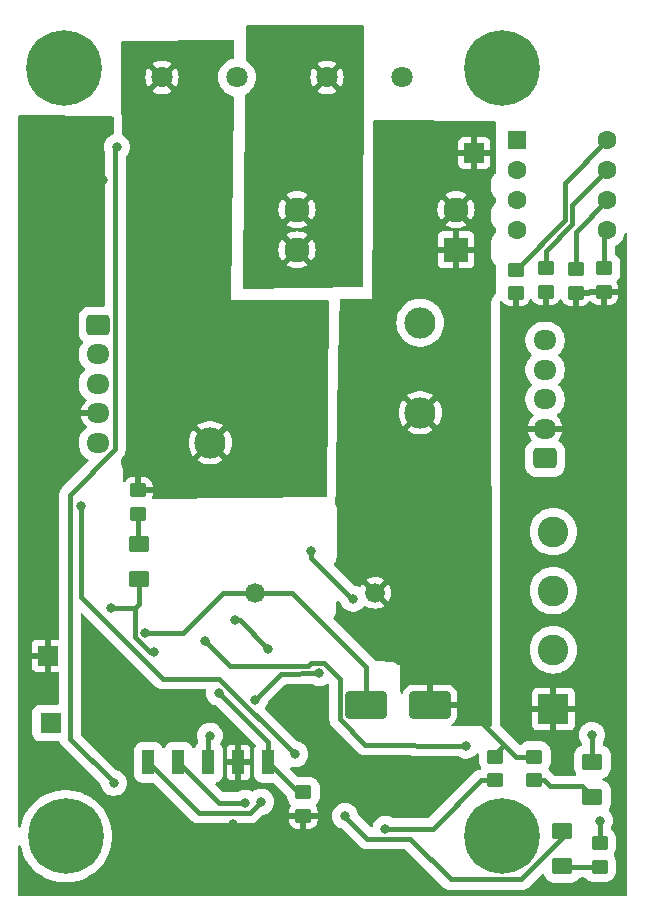
<source format=gtl>
G04 #@! TF.GenerationSoftware,KiCad,Pcbnew,8.0.2+dfsg-1*
G04 #@! TF.CreationDate,2024-06-12T08:48:22-04:00*
G04 #@! TF.ProjectId,relay_board,72656c61-795f-4626-9f61-72642e6b6963,rev?*
G04 #@! TF.SameCoordinates,Original*
G04 #@! TF.FileFunction,Copper,L1,Top*
G04 #@! TF.FilePolarity,Positive*
%FSLAX46Y46*%
G04 Gerber Fmt 4.6, Leading zero omitted, Abs format (unit mm)*
G04 Created by KiCad (PCBNEW 8.0.2+dfsg-1) date 2024-06-12 08:48:22*
%MOMM*%
%LPD*%
G01*
G04 APERTURE LIST*
G04 Aperture macros list*
%AMRoundRect*
0 Rectangle with rounded corners*
0 $1 Rounding radius*
0 $2 $3 $4 $5 $6 $7 $8 $9 X,Y pos of 4 corners*
0 Add a 4 corners polygon primitive as box body*
4,1,4,$2,$3,$4,$5,$6,$7,$8,$9,$2,$3,0*
0 Add four circle primitives for the rounded corners*
1,1,$1+$1,$2,$3*
1,1,$1+$1,$4,$5*
1,1,$1+$1,$6,$7*
1,1,$1+$1,$8,$9*
0 Add four rect primitives between the rounded corners*
20,1,$1+$1,$2,$3,$4,$5,0*
20,1,$1+$1,$4,$5,$6,$7,0*
20,1,$1+$1,$6,$7,$8,$9,0*
20,1,$1+$1,$8,$9,$2,$3,0*%
G04 Aperture macros list end*
G04 #@! TA.AperFunction,ComponentPad*
%ADD10C,6.400000*%
G04 #@! TD*
G04 #@! TA.AperFunction,SMDPad,CuDef*
%ADD11RoundRect,0.250000X-0.450000X0.350000X-0.450000X-0.350000X0.450000X-0.350000X0.450000X0.350000X0*%
G04 #@! TD*
G04 #@! TA.AperFunction,SMDPad,CuDef*
%ADD12RoundRect,0.250000X0.450000X-0.350000X0.450000X0.350000X-0.450000X0.350000X-0.450000X-0.350000X0*%
G04 #@! TD*
G04 #@! TA.AperFunction,ComponentPad*
%ADD13R,2.108200X2.108200*%
G04 #@! TD*
G04 #@! TA.AperFunction,ComponentPad*
%ADD14C,2.108200*%
G04 #@! TD*
G04 #@! TA.AperFunction,SMDPad,CuDef*
%ADD15RoundRect,0.250001X0.624999X-0.462499X0.624999X0.462499X-0.624999X0.462499X-0.624999X-0.462499X0*%
G04 #@! TD*
G04 #@! TA.AperFunction,ComponentPad*
%ADD16R,1.600000X1.600000*%
G04 #@! TD*
G04 #@! TA.AperFunction,ComponentPad*
%ADD17C,1.600000*%
G04 #@! TD*
G04 #@! TA.AperFunction,ComponentPad*
%ADD18RoundRect,0.250000X-0.725000X0.600000X-0.725000X-0.600000X0.725000X-0.600000X0.725000X0.600000X0*%
G04 #@! TD*
G04 #@! TA.AperFunction,ComponentPad*
%ADD19O,1.950000X1.700000*%
G04 #@! TD*
G04 #@! TA.AperFunction,ComponentPad*
%ADD20RoundRect,0.250000X0.725000X-0.600000X0.725000X0.600000X-0.725000X0.600000X-0.725000X-0.600000X0*%
G04 #@! TD*
G04 #@! TA.AperFunction,SMDPad,CuDef*
%ADD21RoundRect,0.250001X-0.624999X0.462499X-0.624999X-0.462499X0.624999X-0.462499X0.624999X0.462499X0*%
G04 #@! TD*
G04 #@! TA.AperFunction,ComponentPad*
%ADD22R,1.700000X1.700000*%
G04 #@! TD*
G04 #@! TA.AperFunction,SMDPad,CuDef*
%ADD23RoundRect,0.250000X1.500000X0.900000X-1.500000X0.900000X-1.500000X-0.900000X1.500000X-0.900000X0*%
G04 #@! TD*
G04 #@! TA.AperFunction,ComponentPad*
%ADD24C,1.803400*%
G04 #@! TD*
G04 #@! TA.AperFunction,ComponentPad*
%ADD25R,2.600000X2.600000*%
G04 #@! TD*
G04 #@! TA.AperFunction,ComponentPad*
%ADD26C,2.600000*%
G04 #@! TD*
G04 #@! TA.AperFunction,ComponentPad*
%ADD27C,2.641600*%
G04 #@! TD*
G04 #@! TA.AperFunction,ComponentPad*
%ADD28C,1.676400*%
G04 #@! TD*
G04 #@! TA.AperFunction,SMDPad,CuDef*
%ADD29R,1.000000X2.000000*%
G04 #@! TD*
G04 #@! TA.AperFunction,ViaPad*
%ADD30C,0.800000*%
G04 #@! TD*
G04 #@! TA.AperFunction,Conductor*
%ADD31C,0.400000*%
G04 #@! TD*
G04 APERTURE END LIST*
D10*
X171069000Y-138938000D03*
D11*
X140258800Y-109642400D03*
X140258800Y-111642400D03*
D12*
X172212000Y-92948000D03*
X172212000Y-90948000D03*
D13*
X167157400Y-89281000D03*
D14*
X167157400Y-85877400D03*
X153695400Y-89281000D03*
X153695400Y-85877400D03*
D15*
X176174400Y-141492300D03*
X176174400Y-138517300D03*
D10*
X133985000Y-73914000D03*
D15*
X140309600Y-117159100D03*
X140309600Y-114184100D03*
D16*
X172313600Y-80020000D03*
D17*
X172313600Y-82560000D03*
X172313600Y-85100000D03*
X172313600Y-87640000D03*
X179933600Y-87640000D03*
X179933600Y-85100000D03*
X179933600Y-82560000D03*
X179933600Y-80020000D03*
D10*
X134112000Y-138938000D03*
D12*
X174752000Y-92846400D03*
X174752000Y-90846400D03*
X154228800Y-137194800D03*
X154228800Y-135194800D03*
D18*
X136876400Y-95634800D03*
D19*
X136876400Y-98134800D03*
X136876400Y-100634800D03*
X136876400Y-103134800D03*
X136876400Y-105634800D03*
D20*
X174701200Y-106934000D03*
D19*
X174701200Y-104434000D03*
X174701200Y-101934000D03*
X174701200Y-99434000D03*
X174701200Y-96934000D03*
D21*
X178714400Y-132624500D03*
X178714400Y-135599500D03*
D22*
X168706800Y-81076800D03*
D10*
X171069000Y-73914000D03*
D22*
X132842000Y-129336800D03*
D12*
X179324000Y-141512800D03*
X179324000Y-139512800D03*
X179679600Y-92846400D03*
X179679600Y-90846400D03*
D23*
X164955200Y-127812800D03*
X159555200Y-127812800D03*
D11*
X170484800Y-132197600D03*
X170484800Y-134197600D03*
D24*
X142265400Y-74677001D03*
X148615400Y-74677001D03*
D22*
X132588000Y-123647200D03*
D25*
X175395000Y-128150000D03*
D26*
X175395000Y-123150000D03*
X175395000Y-118150000D03*
X175395000Y-113150000D03*
D12*
X177292000Y-92897200D03*
X177292000Y-90897200D03*
D24*
X156235400Y-74677001D03*
X162585400Y-74677001D03*
D27*
X146354800Y-105613200D03*
X164134800Y-103073200D03*
D28*
X160324800Y-118313200D03*
X150164800Y-118313200D03*
D27*
X164134800Y-95453200D03*
D11*
X173786800Y-132197600D03*
X173786800Y-134197600D03*
D29*
X151282400Y-132680500D03*
X148742400Y-132680500D03*
X146202400Y-132680500D03*
X143662400Y-132680500D03*
X141122400Y-132680500D03*
D30*
X141630400Y-123342400D03*
X179374800Y-137617200D03*
X137972800Y-119583200D03*
X146304000Y-130403600D03*
X178663600Y-130352800D03*
X158445200Y-118821200D03*
X154889200Y-114808000D03*
X150164800Y-127355600D03*
X155600400Y-125120400D03*
X148285200Y-137922000D03*
X137312400Y-83362800D03*
X157784800Y-137210800D03*
X140817600Y-121716800D03*
X150647400Y-136017000D03*
X149301200Y-136093200D03*
X147116800Y-126796800D03*
X145948400Y-122428000D03*
X167995600Y-131267200D03*
X161188400Y-138277600D03*
X148488400Y-120650000D03*
X151231600Y-123037600D03*
X153517600Y-131978400D03*
X135432800Y-110947200D03*
X138176000Y-134416800D03*
X138430000Y-80568800D03*
D31*
X139954000Y-119583200D02*
X140309600Y-119227600D01*
X140309600Y-119227600D02*
X140309600Y-117159100D01*
X141630400Y-123342400D02*
X141235461Y-123342400D01*
X141235461Y-123342400D02*
X139954000Y-122060939D01*
X139954000Y-122060939D02*
X139954000Y-119583200D01*
X153517600Y-131978400D02*
X147116800Y-125577600D01*
X147116800Y-125577600D02*
X142341600Y-125577600D01*
X142341600Y-125577600D02*
X135447400Y-118683400D01*
X135447400Y-118683400D02*
X135447400Y-110961800D01*
X135447400Y-110961800D02*
X135432800Y-110947200D01*
X137972800Y-119583200D02*
X139954000Y-119583200D01*
X146202400Y-130505200D02*
X146304000Y-130403600D01*
X179324000Y-137668000D02*
X179374800Y-137617200D01*
X146177000Y-130530600D02*
X146304000Y-130403600D01*
X146202400Y-132680500D02*
X146202400Y-130505200D01*
X179324000Y-139512800D02*
X179324000Y-137668000D01*
X154889200Y-114808000D02*
X154889200Y-115366800D01*
X158445200Y-118821200D02*
X158445200Y-118922800D01*
X158343600Y-118821200D02*
X158445200Y-118821200D01*
X158445200Y-118922800D02*
X158292800Y-118770400D01*
X152349200Y-125171200D02*
X155600400Y-125120400D01*
X178714400Y-130403600D02*
X178663600Y-130352800D01*
X150164800Y-127355600D02*
X152349200Y-125171200D01*
X178714400Y-132624500D02*
X178714400Y-130403600D01*
X154889200Y-115366800D02*
X158343600Y-118821200D01*
X179324000Y-141512800D02*
X176194900Y-141512800D01*
X176194900Y-141512800D02*
X176174400Y-141492300D01*
X172672800Y-142592000D02*
X176174400Y-139090400D01*
X159664400Y-139141200D02*
X157784800Y-137261600D01*
X172672800Y-142592000D02*
X166722000Y-142592000D01*
X176174400Y-138517300D02*
X176174400Y-139090400D01*
X157734000Y-137210800D02*
X157784800Y-137261600D01*
X157784800Y-137210800D02*
X157734000Y-137210800D01*
X166722000Y-142592000D02*
X163271200Y-139141200D01*
X157784800Y-137261600D02*
X157784800Y-137210800D01*
X163271200Y-139141200D02*
X159664400Y-139141200D01*
X172228000Y-132197600D02*
X171246800Y-131216400D01*
X170992800Y-130962400D02*
X171246800Y-131216400D01*
X170484800Y-132197600D02*
X170484800Y-131978400D01*
X173786800Y-132197600D02*
X172228000Y-132197600D01*
X169062400Y-128981200D02*
X170992800Y-130911600D01*
X170484800Y-131978400D02*
X171246800Y-131216400D01*
X170992800Y-130911600D02*
X170992800Y-130962400D01*
X159555200Y-127812800D02*
X159562800Y-127805200D01*
X159562800Y-127805200D02*
X159562800Y-124612400D01*
X153263600Y-118313200D02*
X150164800Y-118313200D01*
X144068800Y-121716800D02*
X147472400Y-118313200D01*
X140817600Y-121716800D02*
X144068800Y-121716800D01*
X159562800Y-124612400D02*
X153263600Y-118313200D01*
X147472400Y-118313200D02*
X150164800Y-118313200D01*
X175107600Y-134705600D02*
X174599600Y-134197600D01*
X177820500Y-134705600D02*
X178714400Y-135599500D01*
X174599600Y-134197600D02*
X173786800Y-134197600D01*
X175107600Y-134705600D02*
X177820500Y-134705600D01*
X140258800Y-114133300D02*
X140309600Y-114184100D01*
X140258800Y-111642400D02*
X140258800Y-114133300D01*
X145363700Y-136947200D02*
X142708400Y-134291900D01*
X142708400Y-134291900D02*
X142708400Y-134266500D01*
X149717200Y-136947200D02*
X150647400Y-136017000D01*
X142708400Y-134266500D02*
X141122400Y-132680500D01*
X149717200Y-136947200D02*
X145363700Y-136947200D01*
X149301200Y-136093200D02*
X147320000Y-136093200D01*
X147320000Y-136093200D02*
X147075100Y-136093200D01*
X147320000Y-136093200D02*
X147049700Y-136093200D01*
X147075100Y-136093200D02*
X143662400Y-132680500D01*
X154228800Y-135194800D02*
X153796700Y-135194800D01*
X151282400Y-130962400D02*
X151282400Y-132680500D01*
X147116800Y-126796800D02*
X151282400Y-130962400D01*
X153796700Y-135194800D02*
X151282400Y-132680500D01*
X155954139Y-124266400D02*
X157327600Y-125639861D01*
X154879600Y-124266400D02*
X155954139Y-124266400D01*
X157327600Y-125639861D02*
X157327600Y-129032000D01*
X148029757Y-124509357D02*
X152846045Y-124509357D01*
X152846045Y-124509357D02*
X154665065Y-124480935D01*
X154665065Y-124480935D02*
X154879600Y-124266400D01*
X145948400Y-122428000D02*
X148029757Y-124509357D01*
X157327600Y-129032000D02*
X159461200Y-131165600D01*
X159461200Y-131165600D02*
X167995600Y-131267200D01*
X172212000Y-90948000D02*
X176367104Y-86792896D01*
X176367104Y-86792896D02*
X176367104Y-83586496D01*
X176367104Y-83586496D02*
X179933600Y-80020000D01*
X174752000Y-90846400D02*
X174752000Y-89356704D01*
X177021104Y-87087600D02*
X177021104Y-85472496D01*
X174752000Y-89356704D02*
X177021104Y-87087600D01*
X177021104Y-85472496D02*
X179933600Y-82560000D01*
X177292000Y-87741600D02*
X179933600Y-85100000D01*
X177292000Y-90897200D02*
X177292000Y-87741600D01*
X179679600Y-90846400D02*
X179679600Y-87894000D01*
X179679600Y-87894000D02*
X179933600Y-87640000D01*
X165201600Y-138277600D02*
X161188400Y-138277600D01*
X170484800Y-134197600D02*
X169281600Y-134197600D01*
X165201600Y-138277600D02*
X169281600Y-134197600D01*
X148488400Y-120650000D02*
X148844000Y-120650000D01*
X151231600Y-123037600D02*
X148844000Y-120650000D01*
X138430000Y-80518000D02*
X138379200Y-80568800D01*
X134467600Y-110012734D02*
X138305400Y-106174934D01*
X138305400Y-80642600D02*
X138379200Y-80568800D01*
X138176000Y-134366000D02*
X138176000Y-134416800D01*
X138305400Y-106174934D02*
X138305400Y-80642600D01*
X138379200Y-80568800D02*
X138430000Y-80568800D01*
X138176000Y-134416800D02*
X138226800Y-134416800D01*
X138430000Y-80568800D02*
X138430000Y-80518000D01*
X134467600Y-130657600D02*
X134467600Y-110012734D01*
X138176000Y-134366000D02*
X134467600Y-130657600D01*
X138226800Y-134416800D02*
X138176000Y-134366000D01*
G04 #@! TA.AperFunction,Conductor*
G36*
X148326016Y-71496249D02*
G01*
X148373077Y-71549407D01*
X148385015Y-71604708D01*
X148365840Y-72991597D01*
X148344898Y-73059435D01*
X148290605Y-73105181D01*
X148269266Y-73112374D01*
X148118764Y-73148506D01*
X147885768Y-73245015D01*
X147670740Y-73376785D01*
X147478971Y-73540572D01*
X147315184Y-73732341D01*
X147183414Y-73947369D01*
X147086905Y-74180364D01*
X147028033Y-74425587D01*
X147008246Y-74677001D01*
X147028033Y-74928414D01*
X147086905Y-75173637D01*
X147160056Y-75350239D01*
X147183415Y-75406634D01*
X147315185Y-75621662D01*
X147478971Y-75813430D01*
X147670739Y-75977216D01*
X147885767Y-76108986D01*
X148118762Y-76205495D01*
X148222773Y-76230465D01*
X148284341Y-76265817D01*
X148317024Y-76328844D01*
X148319346Y-76354726D01*
X148082000Y-93522800D01*
X156286046Y-93522800D01*
X156354167Y-93542802D01*
X156400660Y-93596458D01*
X156412041Y-93649949D01*
X156261925Y-110112597D01*
X156241302Y-110180532D01*
X156187225Y-110226534D01*
X156137399Y-110237439D01*
X141545702Y-110407604D01*
X141477353Y-110388398D01*
X141430238Y-110335288D01*
X141419315Y-110265137D01*
X141424629Y-110241980D01*
X141456192Y-110146730D01*
X141456194Y-110146718D01*
X141466799Y-110042916D01*
X141466800Y-110042916D01*
X141466800Y-109896400D01*
X140130800Y-109896400D01*
X140062679Y-109876398D01*
X140016186Y-109822742D01*
X140004800Y-109770400D01*
X140004800Y-109388400D01*
X140512800Y-109388400D01*
X141466800Y-109388400D01*
X141466800Y-109241883D01*
X141456194Y-109138081D01*
X141456193Y-109138078D01*
X141400457Y-108969874D01*
X141307434Y-108819060D01*
X141307429Y-108819054D01*
X141182145Y-108693770D01*
X141182139Y-108693765D01*
X141031325Y-108600742D01*
X140863121Y-108545006D01*
X140863118Y-108545005D01*
X140759316Y-108534400D01*
X140512800Y-108534400D01*
X140512800Y-109388400D01*
X140004800Y-109388400D01*
X140004800Y-108534400D01*
X139758283Y-108534400D01*
X139654481Y-108545005D01*
X139654478Y-108545006D01*
X139486274Y-108600742D01*
X139335460Y-108693765D01*
X139335454Y-108693770D01*
X139210170Y-108819054D01*
X139210163Y-108819062D01*
X139161915Y-108897285D01*
X139109129Y-108944762D01*
X139039054Y-108956165D01*
X138973939Y-108927872D01*
X138934456Y-108868866D01*
X138928675Y-108831336D01*
X138927153Y-107835096D01*
X138926685Y-107810446D01*
X138926561Y-107807074D01*
X138926365Y-107801659D01*
X138923401Y-107762694D01*
X138922145Y-107746185D01*
X138903693Y-107669513D01*
X138882352Y-107580833D01*
X138882350Y-107580829D01*
X138857540Y-107514312D01*
X138846392Y-107488011D01*
X138836400Y-107438837D01*
X138836400Y-106969624D01*
X138856402Y-106901503D01*
X138873302Y-106880531D01*
X139004864Y-106748970D01*
X139054138Y-106675225D01*
X139103413Y-106601481D01*
X139156659Y-106472933D01*
X139171295Y-106437600D01*
X139205900Y-106263626D01*
X139205900Y-106086242D01*
X139205900Y-105613200D01*
X144520872Y-105613200D01*
X144541355Y-105886536D01*
X144602347Y-106153756D01*
X144702484Y-106408905D01*
X144702486Y-106408909D01*
X144839535Y-106646284D01*
X144894092Y-106714696D01*
X145441800Y-106166988D01*
X145526162Y-106293245D01*
X145674755Y-106441838D01*
X145801009Y-106526198D01*
X145252287Y-107074921D01*
X145252287Y-107074923D01*
X145437833Y-107201426D01*
X145437841Y-107201431D01*
X145684782Y-107320351D01*
X145946706Y-107401146D01*
X145946714Y-107401147D01*
X146217754Y-107442000D01*
X146491846Y-107442000D01*
X146762885Y-107401147D01*
X146762893Y-107401146D01*
X147024817Y-107320351D01*
X147271758Y-107201431D01*
X147271759Y-107201430D01*
X147457311Y-107074922D01*
X147457311Y-107074921D01*
X146908589Y-106526199D01*
X147034845Y-106441838D01*
X147183438Y-106293245D01*
X147267799Y-106166989D01*
X147815506Y-106714696D01*
X147870065Y-106646282D01*
X147870067Y-106646279D01*
X148007113Y-106408909D01*
X148007115Y-106408905D01*
X148107252Y-106153756D01*
X148168244Y-105886536D01*
X148188727Y-105613200D01*
X148168244Y-105339863D01*
X148107252Y-105072643D01*
X148007115Y-104817494D01*
X148007113Y-104817490D01*
X147870064Y-104580115D01*
X147870058Y-104580107D01*
X147815507Y-104511703D01*
X147815506Y-104511702D01*
X147267798Y-105059409D01*
X147183438Y-104933155D01*
X147034845Y-104784562D01*
X146908588Y-104700200D01*
X147457311Y-104151477D01*
X147457311Y-104151475D01*
X147271766Y-104024973D01*
X147271758Y-104024968D01*
X147024817Y-103906048D01*
X146762893Y-103825253D01*
X146762885Y-103825252D01*
X146491846Y-103784400D01*
X146217754Y-103784400D01*
X145946714Y-103825252D01*
X145946706Y-103825253D01*
X145684782Y-103906048D01*
X145437841Y-104024968D01*
X145437833Y-104024973D01*
X145252287Y-104151475D01*
X145252287Y-104151477D01*
X145801010Y-104700200D01*
X145674755Y-104784562D01*
X145526162Y-104933155D01*
X145441800Y-105059410D01*
X144894093Y-104511703D01*
X144894091Y-104511703D01*
X144839540Y-104580108D01*
X144839535Y-104580115D01*
X144702486Y-104817490D01*
X144702484Y-104817494D01*
X144602347Y-105072643D01*
X144541355Y-105339863D01*
X144520872Y-105613200D01*
X139205900Y-105613200D01*
X139205900Y-81406265D01*
X139225902Y-81338144D01*
X139243039Y-81317857D01*
X139242844Y-81317679D01*
X139246766Y-81313377D01*
X139295927Y-81248275D01*
X139369673Y-81150621D01*
X139460582Y-80968050D01*
X139516397Y-80771883D01*
X139535215Y-80568800D01*
X139516397Y-80365717D01*
X139460582Y-80169550D01*
X139369673Y-79986979D01*
X139317048Y-79917292D01*
X139246765Y-79824221D01*
X139096040Y-79686818D01*
X139096039Y-79686817D01*
X138934522Y-79586810D01*
X138887134Y-79533943D01*
X138875748Y-79464686D01*
X138883671Y-79398588D01*
X138883672Y-79398576D01*
X138882100Y-78370501D01*
X138881689Y-78101424D01*
X138866227Y-77955606D01*
X138855380Y-77904653D01*
X138853798Y-77897406D01*
X138843659Y-77868842D01*
X138836400Y-77826693D01*
X138836400Y-74677001D01*
X140850869Y-74677001D01*
X140870161Y-74909828D01*
X140870163Y-74909837D01*
X140927510Y-75136294D01*
X140927513Y-75136301D01*
X141021356Y-75350242D01*
X141104968Y-75478220D01*
X141104969Y-75478220D01*
X141664461Y-74918728D01*
X141691416Y-74983802D01*
X141762299Y-75089886D01*
X141852515Y-75180102D01*
X141958599Y-75250985D01*
X142023671Y-75277938D01*
X141462870Y-75838740D01*
X141491717Y-75861193D01*
X141491722Y-75861196D01*
X141697193Y-75972392D01*
X141918148Y-76048246D01*
X141918155Y-76048248D01*
X142148593Y-76086701D01*
X142382207Y-76086701D01*
X142612644Y-76048248D01*
X142612651Y-76048246D01*
X142833606Y-75972392D01*
X143039076Y-75861197D01*
X143067928Y-75838739D01*
X143067929Y-75838739D01*
X142507128Y-75277938D01*
X142572201Y-75250985D01*
X142678285Y-75180102D01*
X142768501Y-75089886D01*
X142839384Y-74983802D01*
X142866337Y-74918729D01*
X143425828Y-75478220D01*
X143425829Y-75478220D01*
X143509444Y-75350239D01*
X143603286Y-75136301D01*
X143603289Y-75136294D01*
X143660636Y-74909837D01*
X143660638Y-74909828D01*
X143679930Y-74677001D01*
X143660638Y-74444173D01*
X143660636Y-74444164D01*
X143603289Y-74217707D01*
X143603286Y-74217700D01*
X143509444Y-74003762D01*
X143425829Y-73875780D01*
X142866337Y-74435271D01*
X142839384Y-74370200D01*
X142768501Y-74264116D01*
X142678285Y-74173900D01*
X142572201Y-74103017D01*
X142507127Y-74076062D01*
X143067928Y-73515261D01*
X143067928Y-73515259D01*
X143039083Y-73492808D01*
X143039078Y-73492805D01*
X142833606Y-73381609D01*
X142612651Y-73305755D01*
X142612644Y-73305753D01*
X142382207Y-73267301D01*
X142148593Y-73267301D01*
X141918155Y-73305753D01*
X141918148Y-73305755D01*
X141697191Y-73381609D01*
X141697189Y-73381610D01*
X141491728Y-73492801D01*
X141462869Y-73515261D01*
X142023671Y-74076063D01*
X141958599Y-74103017D01*
X141852515Y-74173900D01*
X141762299Y-74264116D01*
X141691416Y-74370200D01*
X141664462Y-74435272D01*
X141104969Y-73875779D01*
X141104968Y-73875780D01*
X141021361Y-74003750D01*
X141021354Y-74003764D01*
X140927513Y-74217700D01*
X140927510Y-74217707D01*
X140870163Y-74444164D01*
X140870161Y-74444173D01*
X140850869Y-74677001D01*
X138836400Y-74677001D01*
X138836400Y-71701866D01*
X138856402Y-71633745D01*
X138910058Y-71587252D01*
X138961056Y-71575873D01*
X148257688Y-71476973D01*
X148326016Y-71496249D01*
G37*
G04 #@! TD.AperFunction*
G04 #@! TA.AperFunction,Conductor*
G36*
X138051502Y-77976703D02*
G01*
X138119411Y-77997413D01*
X138165343Y-78051550D01*
X138176190Y-78102503D01*
X138178173Y-79399657D01*
X138158275Y-79467809D01*
X138104690Y-79514383D01*
X138097689Y-79517341D01*
X137937370Y-79579448D01*
X137937351Y-79579458D01*
X137763960Y-79686817D01*
X137763959Y-79686818D01*
X137613234Y-79824221D01*
X137490329Y-79986975D01*
X137399416Y-80169554D01*
X137343603Y-80365715D01*
X137324785Y-80568800D01*
X137343603Y-80771884D01*
X137400090Y-80970412D01*
X137404900Y-81004894D01*
X137404900Y-93958300D01*
X137384898Y-94026421D01*
X137331242Y-94072914D01*
X137278900Y-94084300D01*
X136096260Y-94084300D01*
X135982855Y-94094381D01*
X135982854Y-94094381D01*
X135796992Y-94147563D01*
X135625648Y-94237065D01*
X135475829Y-94359229D01*
X135353665Y-94509048D01*
X135264163Y-94680392D01*
X135210981Y-94866254D01*
X135210981Y-94866255D01*
X135200900Y-94979660D01*
X135200900Y-96289939D01*
X135210981Y-96403344D01*
X135210981Y-96403345D01*
X135264163Y-96589207D01*
X135353665Y-96760551D01*
X135475828Y-96910370D01*
X135475829Y-96910371D01*
X135539618Y-96962385D01*
X135579772Y-97020934D01*
X135581898Y-97091899D01*
X135561929Y-97134096D01*
X135425297Y-97322154D01*
X135314497Y-97539613D01*
X135314494Y-97539619D01*
X135239080Y-97771719D01*
X135239079Y-97771722D01*
X135239079Y-97771724D01*
X135200900Y-98012773D01*
X135200900Y-98256827D01*
X135227365Y-98423917D01*
X135239080Y-98497880D01*
X135279201Y-98621361D01*
X135314496Y-98729985D01*
X135425294Y-98947439D01*
X135568745Y-99144883D01*
X135568747Y-99144885D01*
X135568749Y-99144888D01*
X135719566Y-99295705D01*
X135753592Y-99358017D01*
X135748527Y-99428832D01*
X135719566Y-99473895D01*
X135568749Y-99624711D01*
X135568747Y-99624714D01*
X135425296Y-99822157D01*
X135314497Y-100039613D01*
X135314494Y-100039619D01*
X135239080Y-100271719D01*
X135239079Y-100271722D01*
X135239079Y-100271724D01*
X135200900Y-100512773D01*
X135200900Y-100756827D01*
X135227365Y-100923917D01*
X135239080Y-100997880D01*
X135279201Y-101121361D01*
X135314496Y-101229985D01*
X135425294Y-101447439D01*
X135568745Y-101644883D01*
X135568747Y-101644885D01*
X135568749Y-101644888D01*
X135741314Y-101817453D01*
X135857881Y-101902144D01*
X135901235Y-101958367D01*
X135907310Y-102029103D01*
X135874178Y-102091894D01*
X135868149Y-102097548D01*
X135715577Y-102250120D01*
X135589936Y-102423049D01*
X135492893Y-102613507D01*
X135492890Y-102613513D01*
X135426840Y-102816795D01*
X135416702Y-102880800D01*
X136474564Y-102880800D01*
X136433770Y-102951457D01*
X136401400Y-103072265D01*
X136401400Y-103197335D01*
X136433770Y-103318143D01*
X136474564Y-103388800D01*
X135416702Y-103388800D01*
X135426840Y-103452804D01*
X135492890Y-103656086D01*
X135492893Y-103656092D01*
X135589936Y-103846550D01*
X135715577Y-104019479D01*
X135870223Y-104174125D01*
X135869200Y-104175147D01*
X135904458Y-104229154D01*
X135904968Y-104300148D01*
X135867014Y-104360149D01*
X135857882Y-104367455D01*
X135741310Y-104452150D01*
X135568749Y-104624711D01*
X135568747Y-104624714D01*
X135425296Y-104822157D01*
X135314497Y-105039613D01*
X135314494Y-105039619D01*
X135239080Y-105271719D01*
X135239079Y-105271722D01*
X135239079Y-105271724D01*
X135200900Y-105512773D01*
X135200900Y-105756827D01*
X135239079Y-105997876D01*
X135239080Y-105997880D01*
X135293528Y-106165454D01*
X135314496Y-106229985D01*
X135425294Y-106447439D01*
X135568745Y-106644883D01*
X135568747Y-106644885D01*
X135568749Y-106644888D01*
X135741311Y-106817450D01*
X135741314Y-106817452D01*
X135741317Y-106817455D01*
X135843643Y-106891799D01*
X135938759Y-106960905D01*
X135938764Y-106960908D01*
X135961059Y-106972267D01*
X135987723Y-106985853D01*
X136039339Y-107034599D01*
X136056407Y-107103514D01*
X136033507Y-107170716D01*
X136019617Y-107187215D01*
X133768142Y-109438690D01*
X133768137Y-109438696D01*
X133768136Y-109438698D01*
X133728663Y-109497774D01*
X133669587Y-109586187D01*
X133635646Y-109668127D01*
X133601705Y-109750068D01*
X133590966Y-109804060D01*
X133575030Y-109884176D01*
X133575030Y-109884177D01*
X133567100Y-109924040D01*
X133567100Y-122163200D01*
X133547098Y-122231321D01*
X133493442Y-122277814D01*
X133441100Y-122289200D01*
X132842000Y-122289200D01*
X132842000Y-123216497D01*
X132780993Y-123181275D01*
X132653826Y-123147200D01*
X132522174Y-123147200D01*
X132395007Y-123181275D01*
X132334000Y-123216497D01*
X132334000Y-122289200D01*
X131689402Y-122289200D01*
X131628906Y-122295705D01*
X131492035Y-122346755D01*
X131492034Y-122346755D01*
X131375095Y-122434295D01*
X131287555Y-122551234D01*
X131287555Y-122551235D01*
X131236505Y-122688106D01*
X131230000Y-122748602D01*
X131230000Y-123393200D01*
X132157297Y-123393200D01*
X132122075Y-123454207D01*
X132088000Y-123581374D01*
X132088000Y-123713026D01*
X132122075Y-123840193D01*
X132157297Y-123901200D01*
X131230000Y-123901200D01*
X131230000Y-124545797D01*
X131236505Y-124606293D01*
X131287555Y-124743164D01*
X131287555Y-124743165D01*
X131375095Y-124860104D01*
X131492034Y-124947644D01*
X131628906Y-124998694D01*
X131689402Y-125005199D01*
X131689415Y-125005200D01*
X132334000Y-125005200D01*
X132334000Y-124077902D01*
X132395007Y-124113125D01*
X132522174Y-124147200D01*
X132653826Y-124147200D01*
X132780993Y-124113125D01*
X132842000Y-124077902D01*
X132842000Y-125005200D01*
X133441100Y-125005200D01*
X133509221Y-125025202D01*
X133555714Y-125078858D01*
X133567100Y-125131200D01*
X133567100Y-127660300D01*
X133547098Y-127728421D01*
X133493442Y-127774914D01*
X133441100Y-127786300D01*
X131935384Y-127786300D01*
X131917747Y-127787902D01*
X131864806Y-127792713D01*
X131702397Y-127843320D01*
X131702396Y-127843321D01*
X131702394Y-127843321D01*
X131702394Y-127843322D01*
X131664988Y-127865934D01*
X131556814Y-127931328D01*
X131556809Y-127931332D01*
X131436532Y-128051609D01*
X131436528Y-128051614D01*
X131348521Y-128197196D01*
X131348520Y-128197197D01*
X131297913Y-128359606D01*
X131291500Y-128430186D01*
X131291500Y-130243413D01*
X131297913Y-130313993D01*
X131348520Y-130476402D01*
X131348521Y-130476403D01*
X131348522Y-130476406D01*
X131427278Y-130606683D01*
X131436528Y-130621985D01*
X131436532Y-130621990D01*
X131556809Y-130742267D01*
X131556814Y-130742271D01*
X131556815Y-130742272D01*
X131702394Y-130830278D01*
X131864804Y-130880886D01*
X131935384Y-130887300D01*
X133503860Y-130887300D01*
X133571981Y-130907302D01*
X133618474Y-130960958D01*
X133620259Y-130965059D01*
X133625469Y-130977636D01*
X133655387Y-131049866D01*
X133669588Y-131084149D01*
X133684371Y-131106273D01*
X133698694Y-131127708D01*
X133768136Y-131231636D01*
X133768139Y-131231639D01*
X133768140Y-131231640D01*
X137050612Y-134514111D01*
X137084638Y-134576423D01*
X137086979Y-134591577D01*
X137089602Y-134619880D01*
X137145416Y-134816045D01*
X137145417Y-134816047D01*
X137145418Y-134816050D01*
X137236327Y-134998621D01*
X137236328Y-134998622D01*
X137236329Y-134998624D01*
X137359234Y-135161378D01*
X137509959Y-135298781D01*
X137509960Y-135298782D01*
X137683351Y-135406141D01*
X137683354Y-135406142D01*
X137683363Y-135406148D01*
X137873544Y-135479824D01*
X138074024Y-135517300D01*
X138074026Y-135517300D01*
X138277974Y-135517300D01*
X138277976Y-135517300D01*
X138478456Y-135479824D01*
X138668637Y-135406148D01*
X138842041Y-135298781D01*
X138992764Y-135161379D01*
X138995950Y-135157161D01*
X139056088Y-135077524D01*
X139115673Y-134998621D01*
X139206582Y-134816050D01*
X139262397Y-134619883D01*
X139281215Y-134416800D01*
X139262397Y-134213717D01*
X139206582Y-134017550D01*
X139115673Y-133834979D01*
X139095068Y-133807693D01*
X138992765Y-133672221D01*
X138842040Y-133534818D01*
X138842039Y-133534817D01*
X138668648Y-133427458D01*
X138668641Y-133427454D01*
X138668637Y-133427452D01*
X138529575Y-133373579D01*
X138478454Y-133353775D01*
X138466154Y-133351476D01*
X138402869Y-133319295D01*
X138400216Y-133316717D01*
X136707386Y-131623886D01*
X139921900Y-131623886D01*
X139921900Y-133737113D01*
X139928313Y-133807693D01*
X139978920Y-133970102D01*
X139978921Y-133970103D01*
X139978922Y-133970106D01*
X140033538Y-134060451D01*
X140066928Y-134115685D01*
X140066932Y-134115690D01*
X140187209Y-134235967D01*
X140187214Y-134235971D01*
X140187215Y-134235972D01*
X140332794Y-134323978D01*
X140495204Y-134374586D01*
X140565784Y-134381000D01*
X141497210Y-134381000D01*
X141565331Y-134401002D01*
X141586305Y-134417904D01*
X141771129Y-134602729D01*
X141949015Y-134780615D01*
X141964685Y-134799709D01*
X142008936Y-134865936D01*
X142008939Y-134865940D01*
X144664236Y-137521235D01*
X144789665Y-137646664D01*
X144937153Y-137745213D01*
X145082594Y-137805456D01*
X145101034Y-137813094D01*
X145275008Y-137847700D01*
X149805891Y-137847700D01*
X149805892Y-137847700D01*
X149979866Y-137813095D01*
X150061806Y-137779153D01*
X150143747Y-137745213D01*
X150275515Y-137657168D01*
X150291236Y-137646664D01*
X150342584Y-137595316D01*
X153020800Y-137595316D01*
X153031405Y-137699118D01*
X153031406Y-137699121D01*
X153087142Y-137867325D01*
X153180165Y-138018139D01*
X153180170Y-138018145D01*
X153305454Y-138143429D01*
X153305460Y-138143434D01*
X153456274Y-138236457D01*
X153624478Y-138292193D01*
X153624481Y-138292194D01*
X153728283Y-138302799D01*
X153728283Y-138302800D01*
X153974800Y-138302800D01*
X154482800Y-138302800D01*
X154729317Y-138302800D01*
X154729316Y-138302799D01*
X154833118Y-138292194D01*
X154833121Y-138292193D01*
X155001325Y-138236457D01*
X155152139Y-138143434D01*
X155152145Y-138143429D01*
X155277429Y-138018145D01*
X155277434Y-138018139D01*
X155370457Y-137867325D01*
X155426193Y-137699121D01*
X155426194Y-137699118D01*
X155436799Y-137595316D01*
X155436800Y-137595316D01*
X155436800Y-137448800D01*
X154482800Y-137448800D01*
X154482800Y-138302800D01*
X153974800Y-138302800D01*
X153974800Y-137448800D01*
X153020800Y-137448800D01*
X153020800Y-137595316D01*
X150342584Y-137595316D01*
X150809139Y-137128759D01*
X150871450Y-137094736D01*
X150875037Y-137094009D01*
X150949856Y-137080024D01*
X151140037Y-137006348D01*
X151313441Y-136898981D01*
X151464164Y-136761579D01*
X151587073Y-136598821D01*
X151677982Y-136416250D01*
X151733797Y-136220083D01*
X151752615Y-136017000D01*
X151733797Y-135813917D01*
X151677982Y-135617750D01*
X151587073Y-135435179D01*
X151565150Y-135406148D01*
X151464165Y-135272421D01*
X151313440Y-135135018D01*
X151313439Y-135135017D01*
X151140048Y-135027658D01*
X151140041Y-135027654D01*
X151140037Y-135027652D01*
X150987231Y-134968455D01*
X150949857Y-134953976D01*
X150883029Y-134941484D01*
X150749376Y-134916500D01*
X150545424Y-134916500D01*
X150445184Y-134935238D01*
X150344942Y-134953976D01*
X150229701Y-134998621D01*
X150154763Y-135027652D01*
X150154762Y-135027652D01*
X150154761Y-135027653D01*
X150154759Y-135027654D01*
X149979095Y-135136420D01*
X149910648Y-135155274D01*
X149846435Y-135136419D01*
X149793845Y-135103856D01*
X149793839Y-135103853D01*
X149793837Y-135103852D01*
X149622562Y-135037500D01*
X149603657Y-135030176D01*
X149536829Y-135017684D01*
X149403176Y-134992700D01*
X149199224Y-134992700D01*
X149098984Y-135011438D01*
X148998742Y-135030176D01*
X148808563Y-135103852D01*
X148808554Y-135103856D01*
X148695549Y-135173827D01*
X148629219Y-135192700D01*
X147500289Y-135192700D01*
X147432168Y-135172698D01*
X147411194Y-135155795D01*
X146824790Y-134569391D01*
X146790764Y-134507079D01*
X146795829Y-134436264D01*
X146838376Y-134379428D01*
X146876399Y-134360001D01*
X146992006Y-134323978D01*
X147137585Y-134235972D01*
X147257872Y-134115685D01*
X147345878Y-133970106D01*
X147396486Y-133807696D01*
X147402900Y-133737116D01*
X147402900Y-133729097D01*
X147734400Y-133729097D01*
X147740905Y-133789593D01*
X147791955Y-133926464D01*
X147791955Y-133926465D01*
X147879495Y-134043404D01*
X147996434Y-134130944D01*
X148133306Y-134181994D01*
X148193802Y-134188499D01*
X148193815Y-134188500D01*
X148488400Y-134188500D01*
X148996400Y-134188500D01*
X149290985Y-134188500D01*
X149290997Y-134188499D01*
X149351493Y-134181994D01*
X149488364Y-134130944D01*
X149488365Y-134130944D01*
X149605304Y-134043404D01*
X149692844Y-133926465D01*
X149692844Y-133926464D01*
X149743894Y-133789593D01*
X149750399Y-133729097D01*
X149750400Y-133729085D01*
X149750400Y-132934500D01*
X148996400Y-132934500D01*
X148996400Y-134188500D01*
X148488400Y-134188500D01*
X148488400Y-132934500D01*
X147734400Y-132934500D01*
X147734400Y-133729097D01*
X147402900Y-133729097D01*
X147402900Y-131631902D01*
X147734400Y-131631902D01*
X147734400Y-132426500D01*
X148488400Y-132426500D01*
X148996400Y-132426500D01*
X149750400Y-132426500D01*
X149750400Y-131631914D01*
X149750399Y-131631902D01*
X149743894Y-131571406D01*
X149692844Y-131434535D01*
X149692844Y-131434534D01*
X149605304Y-131317595D01*
X149488365Y-131230055D01*
X149351493Y-131179005D01*
X149290997Y-131172500D01*
X148996400Y-131172500D01*
X148996400Y-132426500D01*
X148488400Y-132426500D01*
X148488400Y-131172500D01*
X148193802Y-131172500D01*
X148133306Y-131179005D01*
X147996435Y-131230055D01*
X147996434Y-131230055D01*
X147879495Y-131317595D01*
X147791955Y-131434534D01*
X147791955Y-131434535D01*
X147740905Y-131571406D01*
X147734400Y-131631902D01*
X147402900Y-131631902D01*
X147402900Y-131623884D01*
X147396486Y-131553304D01*
X147350670Y-131406274D01*
X147345879Y-131390897D01*
X147345878Y-131390896D01*
X147345878Y-131390894D01*
X147257872Y-131245315D01*
X147257871Y-131245314D01*
X147257867Y-131245309D01*
X147215492Y-131202934D01*
X147181466Y-131140622D01*
X147186531Y-131069807D01*
X147204033Y-131037911D01*
X147243673Y-130985421D01*
X147334582Y-130802850D01*
X147390397Y-130606683D01*
X147409215Y-130403600D01*
X147390397Y-130200517D01*
X147334582Y-130004350D01*
X147243673Y-129821779D01*
X147185895Y-129745268D01*
X147120765Y-129659021D01*
X146970040Y-129521618D01*
X146970039Y-129521617D01*
X146796648Y-129414258D01*
X146796641Y-129414254D01*
X146796637Y-129414252D01*
X146665506Y-129363452D01*
X146606457Y-129340576D01*
X146539629Y-129328084D01*
X146405976Y-129303100D01*
X146202024Y-129303100D01*
X146101784Y-129321838D01*
X146001542Y-129340576D01*
X145878170Y-129388371D01*
X145811363Y-129414252D01*
X145811362Y-129414252D01*
X145811361Y-129414253D01*
X145811351Y-129414258D01*
X145637960Y-129521617D01*
X145637959Y-129521618D01*
X145487234Y-129659021D01*
X145364329Y-129821775D01*
X145273416Y-130004354D01*
X145217603Y-130200515D01*
X145198785Y-130403600D01*
X145217603Y-130606684D01*
X145273416Y-130802845D01*
X145273421Y-130802858D01*
X145288689Y-130833518D01*
X145301900Y-130889683D01*
X145301900Y-131038152D01*
X145281898Y-131106273D01*
X145264995Y-131127247D01*
X145146932Y-131245309D01*
X145146928Y-131245314D01*
X145103233Y-131317595D01*
X145075021Y-131364264D01*
X145058921Y-131390896D01*
X145058920Y-131390897D01*
X145052695Y-131410876D01*
X145013333Y-131469962D01*
X144948275Y-131498388D01*
X144878177Y-131487128D01*
X144825295Y-131439758D01*
X144812105Y-131410876D01*
X144805879Y-131390897D01*
X144805878Y-131390896D01*
X144805878Y-131390894D01*
X144717872Y-131245315D01*
X144717871Y-131245314D01*
X144717867Y-131245309D01*
X144597590Y-131125032D01*
X144597585Y-131125028D01*
X144452006Y-131037022D01*
X144452003Y-131037021D01*
X144452002Y-131037020D01*
X144289593Y-130986413D01*
X144238255Y-130981748D01*
X144219016Y-130980000D01*
X143105784Y-130980000D01*
X143088147Y-130981602D01*
X143035206Y-130986413D01*
X142872797Y-131037020D01*
X142872796Y-131037021D01*
X142872794Y-131037021D01*
X142872794Y-131037022D01*
X142835388Y-131059634D01*
X142727214Y-131125028D01*
X142727209Y-131125032D01*
X142606932Y-131245309D01*
X142606928Y-131245314D01*
X142563233Y-131317595D01*
X142535021Y-131364264D01*
X142518921Y-131390896D01*
X142518920Y-131390897D01*
X142512695Y-131410876D01*
X142473333Y-131469962D01*
X142408275Y-131498388D01*
X142338177Y-131487128D01*
X142285295Y-131439758D01*
X142272105Y-131410876D01*
X142265879Y-131390897D01*
X142265878Y-131390896D01*
X142265878Y-131390894D01*
X142177872Y-131245315D01*
X142177871Y-131245314D01*
X142177867Y-131245309D01*
X142057590Y-131125032D01*
X142057585Y-131125028D01*
X141912006Y-131037022D01*
X141912003Y-131037021D01*
X141912002Y-131037020D01*
X141749593Y-130986413D01*
X141698255Y-130981748D01*
X141679016Y-130980000D01*
X140565784Y-130980000D01*
X140548147Y-130981602D01*
X140495206Y-130986413D01*
X140332797Y-131037020D01*
X140332796Y-131037021D01*
X140332794Y-131037021D01*
X140332794Y-131037022D01*
X140295388Y-131059634D01*
X140187214Y-131125028D01*
X140187209Y-131125032D01*
X140066932Y-131245309D01*
X140066928Y-131245314D01*
X140023233Y-131317595D01*
X139995021Y-131364264D01*
X139978921Y-131390896D01*
X139978920Y-131390897D01*
X139928313Y-131553306D01*
X139921900Y-131623886D01*
X136707386Y-131623886D01*
X135405005Y-130321505D01*
X135370979Y-130259193D01*
X135368100Y-130232410D01*
X135368100Y-120181790D01*
X135388102Y-120113669D01*
X135441758Y-120067176D01*
X135512032Y-120057072D01*
X135576612Y-120086566D01*
X135583195Y-120092695D01*
X141767559Y-126277060D01*
X141767564Y-126277064D01*
X141790776Y-126292573D01*
X141790779Y-126292577D01*
X141790780Y-126292576D01*
X141915053Y-126375613D01*
X141996993Y-126409553D01*
X142078934Y-126443495D01*
X142252908Y-126478100D01*
X142252909Y-126478100D01*
X145902901Y-126478100D01*
X145971022Y-126498102D01*
X146017515Y-126551758D01*
X146028363Y-126615723D01*
X146011585Y-126796800D01*
X146012013Y-126801414D01*
X146030403Y-126999884D01*
X146086216Y-127196045D01*
X146086217Y-127196047D01*
X146086218Y-127196050D01*
X146177127Y-127378621D01*
X146177128Y-127378622D01*
X146177129Y-127378624D01*
X146300034Y-127541378D01*
X146450759Y-127678781D01*
X146450760Y-127678782D01*
X146624151Y-127786141D01*
X146624154Y-127786142D01*
X146624163Y-127786148D01*
X146814344Y-127859824D01*
X146889118Y-127873801D01*
X146952402Y-127905978D01*
X146955060Y-127908560D01*
X150181572Y-131135072D01*
X150215598Y-131197384D01*
X150210533Y-131268199D01*
X150200306Y-131289350D01*
X150138921Y-131390894D01*
X150138920Y-131390897D01*
X150088313Y-131553306D01*
X150081900Y-131623886D01*
X150081900Y-133737113D01*
X150088313Y-133807693D01*
X150138920Y-133970102D01*
X150138921Y-133970103D01*
X150138922Y-133970106D01*
X150193538Y-134060451D01*
X150226928Y-134115685D01*
X150226932Y-134115690D01*
X150347209Y-134235967D01*
X150347214Y-134235971D01*
X150347215Y-134235972D01*
X150492794Y-134323978D01*
X150655204Y-134374586D01*
X150725784Y-134381000D01*
X151657210Y-134381000D01*
X151725331Y-134401002D01*
X151746305Y-134417905D01*
X152791395Y-135462995D01*
X152825421Y-135525307D01*
X152828300Y-135552090D01*
X152828300Y-135599939D01*
X152838381Y-135713344D01*
X152838381Y-135713345D01*
X152891563Y-135899207D01*
X152981065Y-136070551D01*
X153044035Y-136147776D01*
X153102994Y-136220083D01*
X153103231Y-136220373D01*
X153130829Y-136242877D01*
X153170983Y-136301427D01*
X153173108Y-136372392D01*
X153158445Y-136406675D01*
X153087142Y-136522274D01*
X153031406Y-136690478D01*
X153031405Y-136690481D01*
X153020800Y-136794283D01*
X153020800Y-136940800D01*
X155436800Y-136940800D01*
X155436800Y-136794283D01*
X155426194Y-136690481D01*
X155426193Y-136690478D01*
X155370457Y-136522274D01*
X155299154Y-136406674D01*
X155280417Y-136338194D01*
X155301676Y-136270456D01*
X155326768Y-136242878D01*
X155354371Y-136220371D01*
X155476534Y-136070551D01*
X155566037Y-135899206D01*
X155619217Y-135713352D01*
X155629300Y-135599938D01*
X155629300Y-134789662D01*
X155619217Y-134676248D01*
X155566037Y-134490394D01*
X155519343Y-134401002D01*
X155476534Y-134319048D01*
X155390646Y-134213717D01*
X155354371Y-134169229D01*
X155287077Y-134114358D01*
X155204551Y-134047065D01*
X155033207Y-133957563D01*
X154924521Y-133926464D01*
X154847352Y-133904383D01*
X154847350Y-133904382D01*
X154847344Y-133904381D01*
X154733939Y-133894300D01*
X154733938Y-133894300D01*
X153821890Y-133894300D01*
X153753769Y-133874298D01*
X153732795Y-133857395D01*
X153135952Y-133260552D01*
X153101926Y-133198240D01*
X153106991Y-133127425D01*
X153149538Y-133070589D01*
X153216058Y-133045778D01*
X153248190Y-133047601D01*
X153415624Y-133078900D01*
X153415627Y-133078900D01*
X153619574Y-133078900D01*
X153619576Y-133078900D01*
X153820056Y-133041424D01*
X154010237Y-132967748D01*
X154183641Y-132860381D01*
X154334364Y-132722979D01*
X154457273Y-132560221D01*
X154548182Y-132377650D01*
X154603997Y-132181483D01*
X154622815Y-131978400D01*
X154603997Y-131775317D01*
X154548182Y-131579150D01*
X154457273Y-131396579D01*
X154452980Y-131390894D01*
X154334365Y-131233821D01*
X154183640Y-131096418D01*
X154183639Y-131096417D01*
X154010248Y-130989058D01*
X154010241Y-130989054D01*
X154010237Y-130989052D01*
X153820056Y-130915376D01*
X153820055Y-130915375D01*
X153820053Y-130915375D01*
X153745279Y-130901397D01*
X153681994Y-130869218D01*
X153679338Y-130866638D01*
X151029541Y-128216841D01*
X150995515Y-128154529D01*
X151000580Y-128083714D01*
X151018083Y-128051819D01*
X151104473Y-127937421D01*
X151195382Y-127754850D01*
X151217026Y-127678782D01*
X151223175Y-127657166D01*
X151248597Y-127567819D01*
X151280690Y-127513208D01*
X152691917Y-126101981D01*
X152754227Y-126067957D01*
X152779035Y-126065093D01*
X154943188Y-126031277D01*
X155011484Y-126050134D01*
X155107763Y-126109748D01*
X155297944Y-126183424D01*
X155498424Y-126220900D01*
X155498426Y-126220900D01*
X155702374Y-126220900D01*
X155702376Y-126220900D01*
X155902856Y-126183424D01*
X156093037Y-126109748D01*
X156234770Y-126021990D01*
X156303216Y-126003136D01*
X156370992Y-126024279D01*
X156416577Y-126078708D01*
X156427100Y-126129118D01*
X156427100Y-129120697D01*
X156450543Y-129238551D01*
X156461705Y-129294666D01*
X156465196Y-129303093D01*
X156465197Y-129303100D01*
X156465199Y-129303100D01*
X156529587Y-129458547D01*
X156559357Y-129503100D01*
X156578804Y-129532204D01*
X156628137Y-129606037D01*
X156628142Y-129606043D01*
X158820093Y-131797993D01*
X158821148Y-131799059D01*
X158878879Y-131858181D01*
X158878883Y-131858184D01*
X158883042Y-131861682D01*
X158887161Y-131865061D01*
X158887164Y-131865064D01*
X158887167Y-131865066D01*
X158955819Y-131910937D01*
X158957064Y-131911780D01*
X159025175Y-131958474D01*
X159029902Y-131961073D01*
X159034649Y-131963610D01*
X159034651Y-131963611D01*
X159034653Y-131963612D01*
X159064750Y-131976078D01*
X159110964Y-131995222D01*
X159112338Y-131995800D01*
X159188245Y-132028306D01*
X159188251Y-132028307D01*
X159193501Y-132029968D01*
X159198529Y-132031493D01*
X159198534Y-132031495D01*
X159279643Y-132047627D01*
X159281055Y-132047917D01*
X159330863Y-132058443D01*
X159361786Y-132064978D01*
X159361787Y-132064978D01*
X159361796Y-132064980D01*
X159361805Y-132064980D01*
X159367242Y-132065581D01*
X159372506Y-132066099D01*
X159372508Y-132066100D01*
X159455132Y-132066100D01*
X159456632Y-132066109D01*
X167312067Y-132159625D01*
X167376891Y-132178488D01*
X167502963Y-132256548D01*
X167693144Y-132330224D01*
X167893624Y-132367700D01*
X167893626Y-132367700D01*
X168097574Y-132367700D01*
X168097576Y-132367700D01*
X168298056Y-132330224D01*
X168488237Y-132256548D01*
X168661641Y-132149181D01*
X168812364Y-132011779D01*
X168857749Y-131951678D01*
X168914763Y-131909371D01*
X168985599Y-131904603D01*
X169047768Y-131938889D01*
X169081532Y-132001343D01*
X169084300Y-132027610D01*
X169084300Y-132602739D01*
X169094381Y-132716144D01*
X169094381Y-132716145D01*
X169147563Y-132902007D01*
X169235260Y-133069894D01*
X169237066Y-133073351D01*
X169255515Y-133095977D01*
X169283061Y-133161411D01*
X169270858Y-133231351D01*
X169222780Y-133283591D01*
X169182446Y-133299180D01*
X169094288Y-133316717D01*
X169068488Y-133321849D01*
X169018934Y-133331706D01*
X169018932Y-133331707D01*
X169018928Y-133331708D01*
X168855053Y-133399587D01*
X168713923Y-133493888D01*
X168713922Y-133493888D01*
X168707568Y-133498132D01*
X168707558Y-133498141D01*
X164865505Y-137340195D01*
X164803193Y-137374221D01*
X164776410Y-137377100D01*
X161860381Y-137377100D01*
X161794051Y-137358227D01*
X161681045Y-137288256D01*
X161681039Y-137288253D01*
X161681037Y-137288252D01*
X161585946Y-137251414D01*
X161490857Y-137214576D01*
X161424029Y-137202084D01*
X161290376Y-137177100D01*
X161086424Y-137177100D01*
X160992491Y-137194659D01*
X160885942Y-137214576D01*
X160738590Y-137271660D01*
X160695763Y-137288252D01*
X160695762Y-137288252D01*
X160695761Y-137288253D01*
X160695751Y-137288258D01*
X160522360Y-137395617D01*
X160522359Y-137395618D01*
X160371634Y-137533021D01*
X160248729Y-137695775D01*
X160157816Y-137878354D01*
X160109559Y-138047961D01*
X160071678Y-138108007D01*
X160007347Y-138138042D01*
X159936991Y-138128528D01*
X159899274Y-138102574D01*
X158910186Y-137113486D01*
X158876160Y-137051174D01*
X158873819Y-137036025D01*
X158871197Y-137007717D01*
X158815382Y-136811550D01*
X158724473Y-136628979D01*
X158701699Y-136598821D01*
X158601565Y-136466221D01*
X158450840Y-136328818D01*
X158450839Y-136328817D01*
X158277448Y-136221458D01*
X158277441Y-136221454D01*
X158277437Y-136221452D01*
X158160933Y-136176318D01*
X158087257Y-136147776D01*
X158020429Y-136135284D01*
X157886776Y-136110300D01*
X157682824Y-136110300D01*
X157582584Y-136129038D01*
X157482342Y-136147776D01*
X157334990Y-136204860D01*
X157292163Y-136221452D01*
X157292162Y-136221452D01*
X157292161Y-136221453D01*
X157292151Y-136221458D01*
X157118760Y-136328817D01*
X157118759Y-136328818D01*
X156968034Y-136466221D01*
X156845129Y-136628975D01*
X156754216Y-136811554D01*
X156698403Y-137007715D01*
X156679585Y-137210800D01*
X156698403Y-137413884D01*
X156754216Y-137610045D01*
X156754217Y-137610047D01*
X156754218Y-137610050D01*
X156845127Y-137792621D01*
X156845128Y-137792622D01*
X156845129Y-137792624D01*
X156968034Y-137955378D01*
X157118759Y-138092781D01*
X157118760Y-138092782D01*
X157292151Y-138200141D01*
X157292154Y-138200142D01*
X157292163Y-138200148D01*
X157482344Y-138273824D01*
X157494636Y-138276121D01*
X157557921Y-138308298D01*
X157560581Y-138310881D01*
X159090356Y-139840657D01*
X159090360Y-139840660D01*
X159090364Y-139840664D01*
X159161826Y-139888413D01*
X159161827Y-139888414D01*
X159199839Y-139913813D01*
X159237853Y-139939213D01*
X159279089Y-139956293D01*
X159279090Y-139956294D01*
X159279091Y-139956294D01*
X159401734Y-140007095D01*
X159575708Y-140041700D01*
X159575709Y-140041700D01*
X162846010Y-140041700D01*
X162914131Y-140061702D01*
X162935105Y-140078605D01*
X166147957Y-143291458D01*
X166147962Y-143291462D01*
X166147964Y-143291464D01*
X166207038Y-143330934D01*
X166207040Y-143330937D01*
X166207040Y-143330936D01*
X166295449Y-143390010D01*
X166295453Y-143390013D01*
X166377393Y-143423953D01*
X166377395Y-143423954D01*
X166429073Y-143445360D01*
X166459334Y-143457895D01*
X166633308Y-143492500D01*
X166633309Y-143492500D01*
X172761491Y-143492500D01*
X172761492Y-143492500D01*
X172935466Y-143457895D01*
X173017406Y-143423953D01*
X173099347Y-143390013D01*
X173187759Y-143330936D01*
X173246836Y-143291464D01*
X174414466Y-142123832D01*
X174476775Y-142089810D01*
X174547590Y-142094874D01*
X174604426Y-142137421D01*
X174624696Y-142178268D01*
X174662160Y-142309198D01*
X174662162Y-142309205D01*
X174751664Y-142480547D01*
X174751666Y-142480550D01*
X174873829Y-142630371D01*
X175023650Y-142752534D01*
X175194995Y-142842037D01*
X175380849Y-142895217D01*
X175380854Y-142895217D01*
X175380856Y-142895218D01*
X175406903Y-142897533D01*
X175494263Y-142905300D01*
X176854536Y-142905299D01*
X176929388Y-142898645D01*
X176967944Y-142895218D01*
X176967945Y-142895217D01*
X176967951Y-142895217D01*
X177153805Y-142842037D01*
X177325150Y-142752534D01*
X177474971Y-142630371D01*
X177597134Y-142480550D01*
X177597136Y-142480544D01*
X177597139Y-142480542D01*
X177600652Y-142475213D01*
X177601757Y-142475941D01*
X177646189Y-142429843D01*
X177708600Y-142413300D01*
X178036608Y-142413300D01*
X178104729Y-142433302D01*
X178134259Y-142459675D01*
X178198426Y-142538368D01*
X178198427Y-142538369D01*
X178198429Y-142538371D01*
X178259024Y-142587780D01*
X178348248Y-142660534D01*
X178459866Y-142718838D01*
X178519594Y-142750037D01*
X178705448Y-142803217D01*
X178705453Y-142803217D01*
X178705455Y-142803218D01*
X178741150Y-142806391D01*
X178818862Y-142813300D01*
X178818871Y-142813300D01*
X179829129Y-142813300D01*
X179829138Y-142813300D01*
X179915251Y-142805644D01*
X179942544Y-142803218D01*
X179942545Y-142803218D01*
X179942546Y-142803217D01*
X179942552Y-142803217D01*
X180128406Y-142750037D01*
X180299751Y-142660534D01*
X180449571Y-142538371D01*
X180571734Y-142388551D01*
X180661237Y-142217206D01*
X180714417Y-142031352D01*
X180714859Y-142026387D01*
X180716844Y-142004051D01*
X180724500Y-141917938D01*
X180724500Y-141107662D01*
X180714417Y-140994248D01*
X180661237Y-140808394D01*
X180571734Y-140637049D01*
X180535347Y-140592425D01*
X180507801Y-140526992D01*
X180520003Y-140457051D01*
X180535348Y-140433174D01*
X180571734Y-140388551D01*
X180661237Y-140217206D01*
X180714417Y-140031352D01*
X180724500Y-139917938D01*
X180724500Y-139107662D01*
X180714417Y-138994248D01*
X180661237Y-138808394D01*
X180661236Y-138808392D01*
X180571734Y-138637048D01*
X180516863Y-138569755D01*
X180449571Y-138487229D01*
X180325335Y-138385927D01*
X180285182Y-138327377D01*
X180283056Y-138256412D01*
X180304412Y-138212343D01*
X180314473Y-138199021D01*
X180405382Y-138016450D01*
X180461197Y-137820283D01*
X180480015Y-137617200D01*
X180461197Y-137414117D01*
X180405382Y-137217950D01*
X180314473Y-137035379D01*
X180292550Y-137006348D01*
X180191565Y-136872621D01*
X180115218Y-136803022D01*
X180078352Y-136742348D01*
X180080141Y-136671374D01*
X180102452Y-136630283D01*
X180137134Y-136587750D01*
X180226637Y-136416405D01*
X180279817Y-136230551D01*
X180280626Y-136221458D01*
X180282244Y-136203250D01*
X180289900Y-136117137D01*
X180289899Y-135081864D01*
X180284051Y-135016084D01*
X180279818Y-134968455D01*
X180279817Y-134968452D01*
X180279817Y-134968449D01*
X180226637Y-134782595D01*
X180137134Y-134611250D01*
X180014971Y-134461429D01*
X179865150Y-134339266D01*
X179865148Y-134339265D01*
X179865147Y-134339264D01*
X179693806Y-134249763D01*
X179668292Y-134242462D01*
X179635704Y-134233138D01*
X179575716Y-134195169D01*
X179545777Y-134130793D01*
X179555395Y-134060451D01*
X179601516Y-134006476D01*
X179635703Y-133990861D01*
X179693805Y-133974237D01*
X179865150Y-133884734D01*
X180014971Y-133762571D01*
X180137134Y-133612750D01*
X180226637Y-133441405D01*
X180279817Y-133255551D01*
X180281969Y-133231351D01*
X180284969Y-133197600D01*
X180289900Y-133142137D01*
X180289899Y-132106864D01*
X180282854Y-132027610D01*
X180279818Y-131993455D01*
X180279817Y-131993452D01*
X180279817Y-131993449D01*
X180226637Y-131807595D01*
X180137134Y-131636250D01*
X180014971Y-131486429D01*
X179865150Y-131364266D01*
X179865148Y-131364265D01*
X179865147Y-131364264D01*
X179688141Y-131271804D01*
X179688742Y-131270652D01*
X179638314Y-131231052D01*
X179615047Y-131163977D01*
X179614900Y-131157894D01*
X179614900Y-130940905D01*
X179628109Y-130884742D01*
X179635839Y-130869218D01*
X179694182Y-130752050D01*
X179749997Y-130555883D01*
X179768815Y-130352800D01*
X179749997Y-130149717D01*
X179694182Y-129953550D01*
X179603273Y-129770979D01*
X179583857Y-129745268D01*
X179480365Y-129608221D01*
X179329640Y-129470818D01*
X179329639Y-129470817D01*
X179156248Y-129363458D01*
X179156241Y-129363454D01*
X179156237Y-129363452D01*
X179039733Y-129318318D01*
X178966057Y-129289776D01*
X178899229Y-129277284D01*
X178765576Y-129252300D01*
X178561624Y-129252300D01*
X178461384Y-129271038D01*
X178361142Y-129289776D01*
X178230013Y-129340576D01*
X178170963Y-129363452D01*
X178170962Y-129363452D01*
X178170961Y-129363453D01*
X178170951Y-129363458D01*
X177997560Y-129470817D01*
X177997559Y-129470818D01*
X177846834Y-129608221D01*
X177723929Y-129770975D01*
X177633016Y-129953554D01*
X177577203Y-130149715D01*
X177558385Y-130352800D01*
X177577203Y-130555884D01*
X177633016Y-130752045D01*
X177633017Y-130752047D01*
X177633018Y-130752050D01*
X177723927Y-130934621D01*
X177788451Y-131020064D01*
X177813540Y-131086476D01*
X177813900Y-131095994D01*
X177813900Y-131157894D01*
X177793898Y-131226015D01*
X177740242Y-131272508D01*
X177735101Y-131274707D01*
X177563652Y-131364264D01*
X177413829Y-131486429D01*
X177291664Y-131636252D01*
X177202163Y-131807593D01*
X177148981Y-131993455D01*
X177148981Y-131993456D01*
X177138900Y-132106861D01*
X177138900Y-133142126D01*
X177138901Y-133142139D01*
X177148981Y-133255544D01*
X177202163Y-133441406D01*
X177294624Y-133618413D01*
X177292660Y-133619438D01*
X177310483Y-133677654D01*
X177291264Y-133745999D01*
X177238146Y-133793105D01*
X177184491Y-133805100D01*
X175532790Y-133805100D01*
X175464669Y-133785098D01*
X175443699Y-133768199D01*
X175173636Y-133498136D01*
X175173635Y-133498135D01*
X175128182Y-133467765D01*
X175086501Y-133421336D01*
X175034534Y-133321849D01*
X175032451Y-133319295D01*
X174998148Y-133277226D01*
X174970601Y-133211792D01*
X174982803Y-133141851D01*
X174998148Y-133117974D01*
X175034534Y-133073351D01*
X175124037Y-132902006D01*
X175177217Y-132716152D01*
X175187300Y-132602738D01*
X175187300Y-131792462D01*
X175177217Y-131679048D01*
X175124037Y-131493194D01*
X175111902Y-131469962D01*
X175034534Y-131321848D01*
X174962293Y-131233253D01*
X174912371Y-131172029D01*
X174829014Y-131104060D01*
X174762551Y-131049865D01*
X174591207Y-130960363D01*
X174498755Y-130933909D01*
X174405352Y-130907183D01*
X174405350Y-130907182D01*
X174405344Y-130907181D01*
X174291939Y-130897100D01*
X174291938Y-130897100D01*
X173281662Y-130897100D01*
X173281660Y-130897100D01*
X173168255Y-130907181D01*
X173168254Y-130907181D01*
X172982392Y-130960363D01*
X172811048Y-131049865D01*
X172661225Y-131172032D01*
X172657668Y-131175589D01*
X172595354Y-131209610D01*
X172524538Y-131204541D01*
X172479482Y-131175583D01*
X172198128Y-130894229D01*
X171820836Y-130516936D01*
X171820835Y-130516935D01*
X171816435Y-130512535D01*
X171816424Y-130512525D01*
X171803338Y-130499439D01*
X171787668Y-130480346D01*
X171724106Y-130385219D01*
X171692264Y-130337564D01*
X170927301Y-129572601D01*
X170893275Y-129510289D01*
X170890396Y-129483638D01*
X170887764Y-126801402D01*
X173587000Y-126801402D01*
X173587000Y-127896000D01*
X174796656Y-127896000D01*
X174769979Y-127960402D01*
X174745000Y-128085981D01*
X174745000Y-128214019D01*
X174769979Y-128339598D01*
X174796656Y-128404000D01*
X173587000Y-128404000D01*
X173587000Y-129498597D01*
X173593505Y-129559093D01*
X173644555Y-129695964D01*
X173644555Y-129695965D01*
X173732095Y-129812904D01*
X173849034Y-129900444D01*
X173985906Y-129951494D01*
X174046402Y-129957999D01*
X174046415Y-129958000D01*
X175141000Y-129958000D01*
X175141000Y-128748344D01*
X175205402Y-128775021D01*
X175330981Y-128800000D01*
X175459019Y-128800000D01*
X175584598Y-128775021D01*
X175649000Y-128748344D01*
X175649000Y-129958000D01*
X176743585Y-129958000D01*
X176743597Y-129957999D01*
X176804093Y-129951494D01*
X176940964Y-129900444D01*
X176940965Y-129900444D01*
X177057904Y-129812904D01*
X177145444Y-129695965D01*
X177145444Y-129695964D01*
X177196494Y-129559093D01*
X177202999Y-129498597D01*
X177203000Y-129498585D01*
X177203000Y-128404000D01*
X175993344Y-128404000D01*
X176020021Y-128339598D01*
X176045000Y-128214019D01*
X176045000Y-128085981D01*
X176020021Y-127960402D01*
X175993344Y-127896000D01*
X177203000Y-127896000D01*
X177203000Y-126801414D01*
X177202999Y-126801402D01*
X177196494Y-126740906D01*
X177145444Y-126604035D01*
X177145444Y-126604034D01*
X177057904Y-126487095D01*
X176940965Y-126399555D01*
X176804093Y-126348505D01*
X176743597Y-126342000D01*
X175649000Y-126342000D01*
X175649000Y-127551655D01*
X175584598Y-127524979D01*
X175459019Y-127500000D01*
X175330981Y-127500000D01*
X175205402Y-127524979D01*
X175141000Y-127551655D01*
X175141000Y-126342000D01*
X174046402Y-126342000D01*
X173985906Y-126348505D01*
X173849035Y-126399555D01*
X173849034Y-126399555D01*
X173732095Y-126487095D01*
X173644555Y-126604034D01*
X173644555Y-126604035D01*
X173593505Y-126740906D01*
X173587000Y-126801402D01*
X170887764Y-126801402D01*
X170884181Y-123150000D01*
X173389390Y-123150000D01*
X173409803Y-123435424D01*
X173470631Y-123715046D01*
X173570632Y-123983160D01*
X173570637Y-123983170D01*
X173707768Y-124234307D01*
X173707772Y-124234312D01*
X173879262Y-124463396D01*
X173879270Y-124463405D01*
X174081594Y-124665729D01*
X174081603Y-124665737D01*
X174081605Y-124665739D01*
X174310685Y-124837226D01*
X174310687Y-124837227D01*
X174310692Y-124837231D01*
X174561829Y-124974362D01*
X174561839Y-124974367D01*
X174829954Y-125074369D01*
X175109572Y-125135196D01*
X175395000Y-125155610D01*
X175680428Y-125135196D01*
X175960046Y-125074369D01*
X176228161Y-124974367D01*
X176291669Y-124939689D01*
X176479307Y-124837231D01*
X176479309Y-124837229D01*
X176479315Y-124837226D01*
X176708395Y-124665739D01*
X176910739Y-124463395D01*
X177082226Y-124234315D01*
X177082229Y-124234309D01*
X177082231Y-124234307D01*
X177219362Y-123983170D01*
X177219367Y-123983161D01*
X177319369Y-123715046D01*
X177380196Y-123435428D01*
X177400610Y-123150000D01*
X177380196Y-122864572D01*
X177319369Y-122584954D01*
X177219367Y-122316839D01*
X177207827Y-122295705D01*
X177082231Y-122065692D01*
X177082227Y-122065687D01*
X177069180Y-122048258D01*
X176910739Y-121836605D01*
X176910737Y-121836603D01*
X176910729Y-121836594D01*
X176708405Y-121634270D01*
X176708396Y-121634262D01*
X176590514Y-121546017D01*
X176479315Y-121462774D01*
X176479313Y-121462773D01*
X176479312Y-121462772D01*
X176479307Y-121462768D01*
X176228170Y-121325637D01*
X176228160Y-121325632D01*
X175960046Y-121225631D01*
X175680424Y-121164803D01*
X175395000Y-121144390D01*
X175109575Y-121164803D01*
X174829953Y-121225631D01*
X174561839Y-121325632D01*
X174561829Y-121325637D01*
X174310692Y-121462768D01*
X174310687Y-121462772D01*
X174081603Y-121634262D01*
X174081594Y-121634270D01*
X173879270Y-121836594D01*
X173879262Y-121836603D01*
X173707772Y-122065687D01*
X173707768Y-122065692D01*
X173570637Y-122316829D01*
X173570632Y-122316839D01*
X173470631Y-122584953D01*
X173409803Y-122864575D01*
X173389390Y-123150000D01*
X170884181Y-123150000D01*
X170879274Y-118150000D01*
X173389390Y-118150000D01*
X173409803Y-118435424D01*
X173470631Y-118715046D01*
X173570632Y-118983160D01*
X173570637Y-118983170D01*
X173707768Y-119234307D01*
X173707772Y-119234312D01*
X173707774Y-119234315D01*
X173769137Y-119316287D01*
X173879262Y-119463396D01*
X173879270Y-119463405D01*
X174081594Y-119665729D01*
X174081603Y-119665737D01*
X174081605Y-119665739D01*
X174310685Y-119837226D01*
X174310687Y-119837227D01*
X174310692Y-119837231D01*
X174561829Y-119974362D01*
X174561839Y-119974367D01*
X174829954Y-120074369D01*
X175109572Y-120135196D01*
X175395000Y-120155610D01*
X175680428Y-120135196D01*
X175960046Y-120074369D01*
X176228161Y-119974367D01*
X176271804Y-119950536D01*
X176479307Y-119837231D01*
X176479309Y-119837229D01*
X176479315Y-119837226D01*
X176708395Y-119665739D01*
X176910739Y-119463395D01*
X177082226Y-119234315D01*
X177082229Y-119234309D01*
X177082231Y-119234307D01*
X177219362Y-118983170D01*
X177219367Y-118983161D01*
X177319369Y-118715046D01*
X177380196Y-118435428D01*
X177400610Y-118150000D01*
X177380196Y-117864572D01*
X177319369Y-117584954D01*
X177219367Y-117316839D01*
X177219362Y-117316829D01*
X177082231Y-117065692D01*
X177082227Y-117065687D01*
X177081352Y-117064518D01*
X176910739Y-116836605D01*
X176910737Y-116836603D01*
X176910729Y-116836594D01*
X176708405Y-116634270D01*
X176708396Y-116634262D01*
X176566521Y-116528056D01*
X176479315Y-116462774D01*
X176479313Y-116462773D01*
X176479312Y-116462772D01*
X176479307Y-116462768D01*
X176228170Y-116325637D01*
X176228160Y-116325632D01*
X175960046Y-116225631D01*
X175680424Y-116164803D01*
X175395000Y-116144390D01*
X175109575Y-116164803D01*
X174829953Y-116225631D01*
X174561839Y-116325632D01*
X174561829Y-116325637D01*
X174310692Y-116462768D01*
X174310687Y-116462772D01*
X174081603Y-116634262D01*
X174081594Y-116634270D01*
X173879270Y-116836594D01*
X173879262Y-116836603D01*
X173707772Y-117065687D01*
X173707768Y-117065692D01*
X173570637Y-117316829D01*
X173570632Y-117316839D01*
X173470631Y-117584953D01*
X173409803Y-117864575D01*
X173389390Y-118150000D01*
X170879274Y-118150000D01*
X170874367Y-113150000D01*
X173389390Y-113150000D01*
X173409803Y-113435424D01*
X173470631Y-113715046D01*
X173570632Y-113983160D01*
X173570637Y-113983170D01*
X173707768Y-114234307D01*
X173707772Y-114234312D01*
X173707774Y-114234315D01*
X173838357Y-114408754D01*
X173879262Y-114463396D01*
X173879270Y-114463405D01*
X174081594Y-114665729D01*
X174081603Y-114665737D01*
X174081605Y-114665739D01*
X174310685Y-114837226D01*
X174310687Y-114837227D01*
X174310692Y-114837231D01*
X174561829Y-114974362D01*
X174561839Y-114974367D01*
X174829954Y-115074369D01*
X175109572Y-115135196D01*
X175395000Y-115155610D01*
X175680428Y-115135196D01*
X175960046Y-115074369D01*
X176228161Y-114974367D01*
X176258144Y-114957994D01*
X176479307Y-114837231D01*
X176479309Y-114837229D01*
X176479315Y-114837226D01*
X176708395Y-114665739D01*
X176910739Y-114463395D01*
X177082226Y-114234315D01*
X177082229Y-114234309D01*
X177082231Y-114234307D01*
X177219362Y-113983170D01*
X177219367Y-113983161D01*
X177319369Y-113715046D01*
X177380196Y-113435428D01*
X177400610Y-113150000D01*
X177380196Y-112864572D01*
X177319369Y-112584954D01*
X177219367Y-112316839D01*
X177219362Y-112316829D01*
X177082231Y-112065692D01*
X177082227Y-112065687D01*
X177068641Y-112047538D01*
X176910739Y-111836605D01*
X176910737Y-111836603D01*
X176910729Y-111836594D01*
X176708405Y-111634270D01*
X176708396Y-111634262D01*
X176667691Y-111603791D01*
X176479315Y-111462774D01*
X176479313Y-111462773D01*
X176479312Y-111462772D01*
X176479307Y-111462768D01*
X176228170Y-111325637D01*
X176228160Y-111325632D01*
X175960046Y-111225631D01*
X175680424Y-111164803D01*
X175395000Y-111144390D01*
X175109575Y-111164803D01*
X174829953Y-111225631D01*
X174561839Y-111325632D01*
X174561829Y-111325637D01*
X174310692Y-111462768D01*
X174310687Y-111462772D01*
X174081603Y-111634262D01*
X174081594Y-111634270D01*
X173879270Y-111836594D01*
X173879262Y-111836603D01*
X173707772Y-112065687D01*
X173707768Y-112065692D01*
X173570637Y-112316829D01*
X173570632Y-112316839D01*
X173470631Y-112584953D01*
X173409803Y-112864575D01*
X173389390Y-113150000D01*
X170874367Y-113150000D01*
X170858334Y-96811973D01*
X173025700Y-96811973D01*
X173025700Y-97056027D01*
X173056752Y-97252076D01*
X173063880Y-97297080D01*
X173121527Y-97474500D01*
X173139296Y-97529185D01*
X173250094Y-97746639D01*
X173393545Y-97944083D01*
X173393547Y-97944085D01*
X173393549Y-97944088D01*
X173544366Y-98094905D01*
X173578392Y-98157217D01*
X173573327Y-98228032D01*
X173544366Y-98273095D01*
X173393549Y-98423911D01*
X173393547Y-98423914D01*
X173250096Y-98621357D01*
X173139297Y-98838813D01*
X173139294Y-98838819D01*
X173063880Y-99070919D01*
X173063879Y-99070922D01*
X173063879Y-99070924D01*
X173025700Y-99311973D01*
X173025700Y-99556027D01*
X173036580Y-99624717D01*
X173063880Y-99797080D01*
X173072029Y-99822161D01*
X173139296Y-100029185D01*
X173250094Y-100246639D01*
X173393545Y-100444083D01*
X173393547Y-100444085D01*
X173393549Y-100444088D01*
X173544366Y-100594905D01*
X173578392Y-100657217D01*
X173573327Y-100728032D01*
X173544366Y-100773095D01*
X173393549Y-100923911D01*
X173393547Y-100923914D01*
X173250096Y-101121357D01*
X173139297Y-101338813D01*
X173139294Y-101338819D01*
X173063880Y-101570919D01*
X173063879Y-101570922D01*
X173063879Y-101570924D01*
X173025700Y-101811973D01*
X173025700Y-102056027D01*
X173056442Y-102250120D01*
X173063880Y-102297080D01*
X173138451Y-102526586D01*
X173139296Y-102529185D01*
X173250094Y-102746639D01*
X173393545Y-102944083D01*
X173393547Y-102944085D01*
X173393549Y-102944088D01*
X173566114Y-103116653D01*
X173682681Y-103201344D01*
X173726035Y-103257567D01*
X173732110Y-103328303D01*
X173698978Y-103391094D01*
X173692949Y-103396748D01*
X173540377Y-103549320D01*
X173414736Y-103722249D01*
X173317693Y-103912707D01*
X173317690Y-103912713D01*
X173251640Y-104115995D01*
X173241502Y-104180000D01*
X174299364Y-104180000D01*
X174258570Y-104250657D01*
X174226200Y-104371465D01*
X174226200Y-104496535D01*
X174258570Y-104617343D01*
X174299364Y-104688000D01*
X173241502Y-104688000D01*
X173251640Y-104752004D01*
X173317690Y-104955286D01*
X173317693Y-104955292D01*
X173414736Y-105145750D01*
X173543286Y-105322682D01*
X173541748Y-105323799D01*
X173567451Y-105381215D01*
X173556819Y-105451411D01*
X173509925Y-105504716D01*
X173500940Y-105509891D01*
X173450449Y-105536265D01*
X173300629Y-105658429D01*
X173178465Y-105808248D01*
X173088963Y-105979592D01*
X173035781Y-106165454D01*
X173035781Y-106165455D01*
X173025700Y-106278860D01*
X173025700Y-107589139D01*
X173035781Y-107702544D01*
X173035781Y-107702545D01*
X173088963Y-107888407D01*
X173178465Y-108059751D01*
X173245758Y-108142277D01*
X173300629Y-108209571D01*
X173383155Y-108276863D01*
X173450448Y-108331734D01*
X173591022Y-108405163D01*
X173621794Y-108421237D01*
X173807648Y-108474417D01*
X173807653Y-108474417D01*
X173807655Y-108474418D01*
X173843350Y-108477591D01*
X173921062Y-108484500D01*
X173921071Y-108484500D01*
X175481329Y-108484500D01*
X175481338Y-108484500D01*
X175567451Y-108476844D01*
X175594744Y-108474418D01*
X175594745Y-108474418D01*
X175594746Y-108474417D01*
X175594752Y-108474417D01*
X175780606Y-108421237D01*
X175951951Y-108331734D01*
X176101771Y-108209571D01*
X176223934Y-108059751D01*
X176313437Y-107888406D01*
X176366617Y-107702552D01*
X176376700Y-107589138D01*
X176376700Y-106278862D01*
X176366617Y-106165448D01*
X176313437Y-105979594D01*
X176266155Y-105889077D01*
X176223934Y-105808248D01*
X176169063Y-105740955D01*
X176101771Y-105658429D01*
X176034477Y-105603558D01*
X175951951Y-105536265D01*
X175901459Y-105509891D01*
X175850341Y-105460623D01*
X175833974Y-105391538D01*
X175857555Y-105324572D01*
X175860050Y-105321392D01*
X175987663Y-105145750D01*
X176084706Y-104955292D01*
X176084709Y-104955286D01*
X176150759Y-104752004D01*
X176160898Y-104688000D01*
X175103036Y-104688000D01*
X175143830Y-104617343D01*
X175176200Y-104496535D01*
X175176200Y-104371465D01*
X175143830Y-104250657D01*
X175103036Y-104180000D01*
X176160897Y-104180000D01*
X176150759Y-104115995D01*
X176084709Y-103912713D01*
X176084706Y-103912707D01*
X175987663Y-103722249D01*
X175862022Y-103549320D01*
X175707377Y-103394675D01*
X175708398Y-103393653D01*
X175673140Y-103339642D01*
X175672632Y-103268647D01*
X175710588Y-103208648D01*
X175719718Y-103201344D01*
X175725236Y-103197335D01*
X175836283Y-103116655D01*
X176008855Y-102944083D01*
X176152306Y-102746639D01*
X176263104Y-102529185D01*
X176338521Y-102297076D01*
X176376700Y-102056027D01*
X176376700Y-101811973D01*
X176338521Y-101570924D01*
X176263104Y-101338815D01*
X176152306Y-101121361D01*
X176008855Y-100923917D01*
X176008852Y-100923914D01*
X176008850Y-100923911D01*
X175858034Y-100773095D01*
X175824008Y-100710783D01*
X175829073Y-100639968D01*
X175858034Y-100594905D01*
X176008850Y-100444088D01*
X176008855Y-100444083D01*
X176152306Y-100246639D01*
X176263104Y-100029185D01*
X176338521Y-99797076D01*
X176376700Y-99556027D01*
X176376700Y-99311973D01*
X176338521Y-99070924D01*
X176263104Y-98838815D01*
X176152306Y-98621361D01*
X176008855Y-98423917D01*
X176008852Y-98423914D01*
X176008850Y-98423911D01*
X175858034Y-98273095D01*
X175824008Y-98210783D01*
X175829073Y-98139968D01*
X175858034Y-98094905D01*
X176008850Y-97944088D01*
X176008855Y-97944083D01*
X176152306Y-97746639D01*
X176263104Y-97529185D01*
X176338521Y-97297076D01*
X176376700Y-97056027D01*
X176376700Y-96811973D01*
X176338521Y-96570924D01*
X176263104Y-96338815D01*
X176152306Y-96121361D01*
X176008855Y-95923917D01*
X176008852Y-95923914D01*
X176008850Y-95923911D01*
X175836288Y-95751349D01*
X175836285Y-95751347D01*
X175836283Y-95751345D01*
X175638839Y-95607894D01*
X175421385Y-95497096D01*
X175421382Y-95497095D01*
X175421380Y-95497094D01*
X175189280Y-95421680D01*
X175189278Y-95421679D01*
X175189276Y-95421679D01*
X174948227Y-95383500D01*
X174454173Y-95383500D01*
X174213124Y-95421679D01*
X174213122Y-95421679D01*
X174213119Y-95421680D01*
X173981019Y-95497094D01*
X173981013Y-95497097D01*
X173763557Y-95607896D01*
X173566114Y-95751347D01*
X173566111Y-95751349D01*
X173393549Y-95923911D01*
X173393547Y-95923914D01*
X173250096Y-96121357D01*
X173139297Y-96338813D01*
X173139294Y-96338819D01*
X173063880Y-96570919D01*
X173063879Y-96570922D01*
X173063879Y-96570924D01*
X173025700Y-96811973D01*
X170858334Y-96811973D01*
X170855296Y-93716292D01*
X170875231Y-93648153D01*
X170928841Y-93601608D01*
X170999105Y-93591435D01*
X171063715Y-93620865D01*
X171088537Y-93650023D01*
X171163365Y-93771339D01*
X171163370Y-93771345D01*
X171288654Y-93896629D01*
X171288660Y-93896634D01*
X171439474Y-93989657D01*
X171607678Y-94045393D01*
X171607681Y-94045394D01*
X171711483Y-94055999D01*
X171711483Y-94056000D01*
X171958000Y-94056000D01*
X171958000Y-92820000D01*
X171978002Y-92751879D01*
X172031658Y-92705386D01*
X172084000Y-92694000D01*
X172340000Y-92694000D01*
X172408121Y-92714002D01*
X172454614Y-92767658D01*
X172466000Y-92820000D01*
X172466000Y-94056000D01*
X172712517Y-94056000D01*
X172712516Y-94055999D01*
X172816318Y-94045394D01*
X172816321Y-94045393D01*
X172984525Y-93989657D01*
X173135339Y-93896634D01*
X173135345Y-93896629D01*
X173260629Y-93771345D01*
X173260634Y-93771339D01*
X173353657Y-93620525D01*
X173380271Y-93540209D01*
X173420685Y-93481838D01*
X173486241Y-93454582D01*
X173556127Y-93467095D01*
X173607117Y-93513695D01*
X173703365Y-93669739D01*
X173703370Y-93669745D01*
X173828654Y-93795029D01*
X173828660Y-93795034D01*
X173979474Y-93888057D01*
X174147678Y-93943793D01*
X174147681Y-93943794D01*
X174251483Y-93954399D01*
X174251483Y-93954400D01*
X174498000Y-93954400D01*
X174498000Y-92718400D01*
X174518002Y-92650279D01*
X174571658Y-92603786D01*
X174624000Y-92592400D01*
X174880000Y-92592400D01*
X174948121Y-92612402D01*
X174994614Y-92666058D01*
X175006000Y-92718400D01*
X175006000Y-93954400D01*
X175252517Y-93954400D01*
X175252516Y-93954399D01*
X175356318Y-93943794D01*
X175356321Y-93943793D01*
X175524525Y-93888057D01*
X175675339Y-93795034D01*
X175675345Y-93795029D01*
X175800629Y-93669745D01*
X175800634Y-93669739D01*
X175893657Y-93518924D01*
X175893977Y-93517961D01*
X175894377Y-93517383D01*
X175896760Y-93512273D01*
X175897632Y-93512680D01*
X175934388Y-93459588D01*
X175999943Y-93432329D01*
X176069829Y-93444840D01*
X176121857Y-93493147D01*
X176133187Y-93517956D01*
X176150340Y-93569721D01*
X176243365Y-93720539D01*
X176243370Y-93720545D01*
X176368654Y-93845829D01*
X176368660Y-93845834D01*
X176519474Y-93938857D01*
X176687678Y-93994593D01*
X176687681Y-93994594D01*
X176791483Y-94005199D01*
X176791483Y-94005200D01*
X177038000Y-94005200D01*
X177038000Y-93151200D01*
X177546000Y-93151200D01*
X177546000Y-94005200D01*
X177792517Y-94005200D01*
X177792516Y-94005199D01*
X177896318Y-93994594D01*
X177896321Y-93994593D01*
X178064525Y-93938857D01*
X178215339Y-93845834D01*
X178215345Y-93845829D01*
X178340629Y-93720545D01*
X178340631Y-93720542D01*
X178394224Y-93633654D01*
X178447010Y-93586176D01*
X178517084Y-93574772D01*
X178582200Y-93603064D01*
X178608706Y-93633653D01*
X178630961Y-93669733D01*
X178630970Y-93669745D01*
X178756254Y-93795029D01*
X178756260Y-93795034D01*
X178907074Y-93888057D01*
X179075278Y-93943793D01*
X179075281Y-93943794D01*
X179179083Y-93954399D01*
X179179083Y-93954400D01*
X179425600Y-93954400D01*
X179933600Y-93954400D01*
X180180117Y-93954400D01*
X180180116Y-93954399D01*
X180283918Y-93943794D01*
X180283921Y-93943793D01*
X180452125Y-93888057D01*
X180602939Y-93795034D01*
X180602945Y-93795029D01*
X180728229Y-93669745D01*
X180728234Y-93669739D01*
X180821257Y-93518925D01*
X180876993Y-93350721D01*
X180876994Y-93350718D01*
X180887599Y-93246916D01*
X180887600Y-93246916D01*
X180887600Y-93100400D01*
X179933600Y-93100400D01*
X179933600Y-93954400D01*
X179425600Y-93954400D01*
X179425600Y-93100400D01*
X178542999Y-93100400D01*
X178529104Y-93114295D01*
X178466792Y-93148321D01*
X178440009Y-93151200D01*
X177546000Y-93151200D01*
X177038000Y-93151200D01*
X177038000Y-92769200D01*
X177058002Y-92701079D01*
X177111658Y-92654586D01*
X177164000Y-92643200D01*
X178428601Y-92643200D01*
X178442496Y-92629305D01*
X178504808Y-92595279D01*
X178531591Y-92592400D01*
X180887600Y-92592400D01*
X180887600Y-92445883D01*
X180876994Y-92342081D01*
X180876993Y-92342078D01*
X180821257Y-92173874D01*
X180749954Y-92058274D01*
X180731217Y-91989794D01*
X180752476Y-91922056D01*
X180777568Y-91894478D01*
X180805171Y-91871971D01*
X180927334Y-91722151D01*
X181016837Y-91550806D01*
X181070017Y-91364952D01*
X181080100Y-91251538D01*
X181080100Y-90441262D01*
X181070017Y-90327848D01*
X181016837Y-90141994D01*
X181016836Y-90141992D01*
X180927334Y-89970648D01*
X180834467Y-89856758D01*
X180805171Y-89820829D01*
X180667275Y-89708389D01*
X180655350Y-89698665D01*
X180647761Y-89694701D01*
X180596643Y-89645431D01*
X180580100Y-89583020D01*
X180580100Y-89071345D01*
X180600102Y-89003224D01*
X180646128Y-88960533D01*
X180757109Y-88900474D01*
X180953344Y-88747738D01*
X181121764Y-88564785D01*
X181257773Y-88356607D01*
X181357663Y-88128881D01*
X181381463Y-88034897D01*
X181412956Y-87910537D01*
X181449068Y-87849411D01*
X181512496Y-87817512D01*
X181583100Y-87824969D01*
X181638464Y-87869413D01*
X181661011Y-87936734D01*
X181661100Y-87941468D01*
X181661100Y-143841438D01*
X181641098Y-143909559D01*
X181587442Y-143956052D01*
X181535056Y-143967438D01*
X130176456Y-143949560D01*
X130108342Y-143929534D01*
X130061868Y-143875862D01*
X130050500Y-143823560D01*
X130050500Y-139802275D01*
X130070502Y-139734154D01*
X130124158Y-139687661D01*
X130194432Y-139677557D01*
X130259012Y-139707051D01*
X130297396Y-139766777D01*
X130298472Y-139770671D01*
X130385597Y-140107167D01*
X130385599Y-140107174D01*
X130489810Y-140388551D01*
X130522998Y-140478162D01*
X130697228Y-140833353D01*
X130906498Y-141169095D01*
X131148660Y-141481944D01*
X131148662Y-141481946D01*
X131148666Y-141481951D01*
X131278362Y-141618390D01*
X131421231Y-141768688D01*
X131721412Y-142026385D01*
X132046124Y-142252391D01*
X132392035Y-142444387D01*
X132634408Y-142548397D01*
X132755592Y-142600402D01*
X132755594Y-142600402D01*
X132755595Y-142600403D01*
X133133073Y-142718838D01*
X133520597Y-142798476D01*
X133914189Y-142838500D01*
X133914190Y-142838500D01*
X134309810Y-142838500D01*
X134309811Y-142838500D01*
X134703403Y-142798476D01*
X135090927Y-142718838D01*
X135468405Y-142600403D01*
X135831965Y-142444387D01*
X136177876Y-142252391D01*
X136502588Y-142026385D01*
X136802769Y-141768688D01*
X137075340Y-141481944D01*
X137317502Y-141169095D01*
X137526772Y-140833353D01*
X137701002Y-140478162D01*
X137838403Y-140107167D01*
X137937567Y-139724174D01*
X137988271Y-139393195D01*
X137997474Y-139333121D01*
X137997476Y-139333102D01*
X138017513Y-138938005D01*
X138017513Y-138937994D01*
X137997476Y-138542897D01*
X137997474Y-138542878D01*
X137937569Y-138151838D01*
X137937567Y-138151829D01*
X137937567Y-138151826D01*
X137838403Y-137768833D01*
X137701002Y-137397838D01*
X137526772Y-137042647D01*
X137317502Y-136706905D01*
X137075340Y-136394056D01*
X137075336Y-136394052D01*
X137075333Y-136394048D01*
X136802766Y-136107309D01*
X136654301Y-135979857D01*
X136502588Y-135849615D01*
X136451296Y-135813915D01*
X136177876Y-135623609D01*
X136135213Y-135599929D01*
X135831965Y-135431613D01*
X135772620Y-135406146D01*
X135468407Y-135275597D01*
X135301312Y-135223171D01*
X135090927Y-135157162D01*
X134885001Y-135114843D01*
X134703404Y-135077524D01*
X134309812Y-135037500D01*
X134309811Y-135037500D01*
X133914189Y-135037500D01*
X133914187Y-135037500D01*
X133520595Y-135077524D01*
X133234005Y-135136420D01*
X133133073Y-135157162D01*
X133019806Y-135192700D01*
X132755592Y-135275597D01*
X132392041Y-135431610D01*
X132392037Y-135431611D01*
X132392035Y-135431613D01*
X132329224Y-135466476D01*
X132046123Y-135623609D01*
X131721415Y-135849612D01*
X131421233Y-136107309D01*
X131148666Y-136394048D01*
X131148662Y-136394053D01*
X130906501Y-136706901D01*
X130906496Y-136706908D01*
X130697228Y-137042646D01*
X130697228Y-137042647D01*
X130522999Y-137397835D01*
X130522993Y-137397850D01*
X130385599Y-137768825D01*
X130385597Y-137768833D01*
X130321046Y-138018145D01*
X130298478Y-138105306D01*
X130262039Y-138166239D01*
X130198443Y-138197799D01*
X130127880Y-138189965D01*
X130072753Y-138145226D01*
X130050565Y-138077786D01*
X130050500Y-138073724D01*
X130050500Y-78020678D01*
X130070502Y-77952557D01*
X130124158Y-77906064D01*
X130177811Y-77894685D01*
X138051502Y-77976703D01*
G37*
G04 #@! TD.AperFunction*
G04 #@! TA.AperFunction,Conductor*
G36*
X159233958Y-70255758D02*
G01*
X159301973Y-70276107D01*
X159348191Y-70329999D01*
X159359312Y-70382044D01*
X159309084Y-92331532D01*
X159288926Y-92399607D01*
X159235164Y-92445977D01*
X159184338Y-92457238D01*
X149227001Y-92556316D01*
X149158684Y-92536992D01*
X149111660Y-92483802D01*
X149099759Y-92428604D01*
X149122359Y-90771239D01*
X149142680Y-89281000D01*
X152128470Y-89281000D01*
X152147762Y-89526121D01*
X152205160Y-89765206D01*
X152299254Y-89992369D01*
X152422956Y-90194232D01*
X152422957Y-90194232D01*
X152977820Y-89639369D01*
X152986361Y-89659989D01*
X153073922Y-89791034D01*
X153185366Y-89902478D01*
X153316411Y-89990039D01*
X153337028Y-89998579D01*
X152782166Y-90553441D01*
X152782166Y-90553442D01*
X152984030Y-90677145D01*
X153211193Y-90771239D01*
X153450278Y-90828637D01*
X153695400Y-90847929D01*
X153940521Y-90828637D01*
X154179606Y-90771239D01*
X154406769Y-90677145D01*
X154608633Y-90553442D01*
X154053770Y-89998579D01*
X154074389Y-89990039D01*
X154205434Y-89902478D01*
X154316878Y-89791034D01*
X154404439Y-89659989D01*
X154412979Y-89639370D01*
X154967842Y-90194233D01*
X155091545Y-89992369D01*
X155185639Y-89765206D01*
X155243037Y-89526121D01*
X155262329Y-89281000D01*
X155243037Y-89035878D01*
X155185639Y-88796793D01*
X155091545Y-88569630D01*
X154967841Y-88367766D01*
X154412979Y-88922628D01*
X154404439Y-88902011D01*
X154316878Y-88770966D01*
X154205434Y-88659522D01*
X154074389Y-88571961D01*
X154053769Y-88563420D01*
X154608632Y-88008557D01*
X154608632Y-88008556D01*
X154406769Y-87884854D01*
X154179606Y-87790760D01*
X153940521Y-87733362D01*
X153695400Y-87714070D01*
X153450278Y-87733362D01*
X153211193Y-87790760D01*
X152984027Y-87884856D01*
X152782166Y-88008555D01*
X152782166Y-88008557D01*
X153337029Y-88563420D01*
X153316411Y-88571961D01*
X153185366Y-88659522D01*
X153073922Y-88770966D01*
X152986361Y-88902011D01*
X152977820Y-88922629D01*
X152422957Y-88367766D01*
X152422955Y-88367766D01*
X152299256Y-88569627D01*
X152205160Y-88796793D01*
X152147762Y-89035878D01*
X152128470Y-89281000D01*
X149142680Y-89281000D01*
X149189093Y-85877400D01*
X152128470Y-85877400D01*
X152147762Y-86122521D01*
X152205160Y-86361606D01*
X152299254Y-86588769D01*
X152422956Y-86790632D01*
X152422957Y-86790632D01*
X152977820Y-86235769D01*
X152986361Y-86256389D01*
X153073922Y-86387434D01*
X153185366Y-86498878D01*
X153316411Y-86586439D01*
X153337028Y-86594979D01*
X152782166Y-87149841D01*
X152782166Y-87149842D01*
X152984030Y-87273545D01*
X153211193Y-87367639D01*
X153450278Y-87425037D01*
X153695400Y-87444329D01*
X153940521Y-87425037D01*
X154179606Y-87367639D01*
X154406769Y-87273545D01*
X154608633Y-87149842D01*
X154053770Y-86594979D01*
X154074389Y-86586439D01*
X154205434Y-86498878D01*
X154316878Y-86387434D01*
X154404439Y-86256389D01*
X154412979Y-86235770D01*
X154967842Y-86790633D01*
X155091545Y-86588769D01*
X155185639Y-86361606D01*
X155243037Y-86122521D01*
X155262329Y-85877400D01*
X155243037Y-85632278D01*
X155185639Y-85393193D01*
X155091545Y-85166030D01*
X154967841Y-84964166D01*
X154412979Y-85519028D01*
X154404439Y-85498411D01*
X154316878Y-85367366D01*
X154205434Y-85255922D01*
X154074389Y-85168361D01*
X154053769Y-85159820D01*
X154608632Y-84604957D01*
X154608632Y-84604956D01*
X154406769Y-84481254D01*
X154179606Y-84387160D01*
X153940521Y-84329762D01*
X153695400Y-84310470D01*
X153450278Y-84329762D01*
X153211193Y-84387160D01*
X152984027Y-84481256D01*
X152782166Y-84604955D01*
X152782166Y-84604957D01*
X153337029Y-85159820D01*
X153316411Y-85168361D01*
X153185366Y-85255922D01*
X153073922Y-85367366D01*
X152986361Y-85498411D01*
X152977820Y-85519029D01*
X152422957Y-84964166D01*
X152422955Y-84964166D01*
X152299256Y-85166027D01*
X152205160Y-85393193D01*
X152147762Y-85632278D01*
X152128470Y-85877400D01*
X149189093Y-85877400D01*
X149321160Y-76192463D01*
X149342089Y-76124625D01*
X149381308Y-76086756D01*
X149560061Y-75977216D01*
X149751829Y-75813430D01*
X149915615Y-75621662D01*
X150047385Y-75406634D01*
X150143894Y-75173639D01*
X150202767Y-74928415D01*
X150222554Y-74677001D01*
X154820869Y-74677001D01*
X154840161Y-74909828D01*
X154840163Y-74909837D01*
X154897510Y-75136294D01*
X154897513Y-75136301D01*
X154991356Y-75350242D01*
X155074968Y-75478220D01*
X155074969Y-75478220D01*
X155634461Y-74918728D01*
X155661416Y-74983802D01*
X155732299Y-75089886D01*
X155822515Y-75180102D01*
X155928599Y-75250985D01*
X155993671Y-75277938D01*
X155432870Y-75838740D01*
X155461717Y-75861193D01*
X155461722Y-75861196D01*
X155667193Y-75972392D01*
X155888148Y-76048246D01*
X155888155Y-76048248D01*
X156118593Y-76086701D01*
X156352207Y-76086701D01*
X156582644Y-76048248D01*
X156582651Y-76048246D01*
X156803606Y-75972392D01*
X157009076Y-75861197D01*
X157037928Y-75838739D01*
X157037929Y-75838739D01*
X156477128Y-75277938D01*
X156542201Y-75250985D01*
X156648285Y-75180102D01*
X156738501Y-75089886D01*
X156809384Y-74983802D01*
X156836337Y-74918729D01*
X157395828Y-75478220D01*
X157395829Y-75478220D01*
X157479444Y-75350239D01*
X157573286Y-75136301D01*
X157573289Y-75136294D01*
X157630636Y-74909837D01*
X157630638Y-74909828D01*
X157649930Y-74677001D01*
X157630638Y-74444173D01*
X157630636Y-74444164D01*
X157573289Y-74217707D01*
X157573286Y-74217700D01*
X157479444Y-74003762D01*
X157395829Y-73875780D01*
X156836337Y-74435271D01*
X156809384Y-74370200D01*
X156738501Y-74264116D01*
X156648285Y-74173900D01*
X156542201Y-74103017D01*
X156477127Y-74076062D01*
X157037928Y-73515261D01*
X157037928Y-73515259D01*
X157009083Y-73492808D01*
X157009078Y-73492805D01*
X156803606Y-73381609D01*
X156582651Y-73305755D01*
X156582644Y-73305753D01*
X156352207Y-73267301D01*
X156118593Y-73267301D01*
X155888155Y-73305753D01*
X155888148Y-73305755D01*
X155667191Y-73381609D01*
X155667189Y-73381610D01*
X155461728Y-73492801D01*
X155432869Y-73515261D01*
X155993671Y-74076063D01*
X155928599Y-74103017D01*
X155822515Y-74173900D01*
X155732299Y-74264116D01*
X155661416Y-74370200D01*
X155634462Y-74435272D01*
X155074969Y-73875779D01*
X155074968Y-73875780D01*
X154991361Y-74003750D01*
X154991354Y-74003764D01*
X154897513Y-74217700D01*
X154897510Y-74217707D01*
X154840163Y-74444164D01*
X154840161Y-74444173D01*
X154820869Y-74677001D01*
X150222554Y-74677001D01*
X150202767Y-74425587D01*
X150143894Y-74180363D01*
X150047385Y-73947368D01*
X149915615Y-73732340D01*
X149751829Y-73540572D01*
X149560061Y-73376786D01*
X149560059Y-73376784D01*
X149560057Y-73376783D01*
X149560053Y-73376780D01*
X149422348Y-73292394D01*
X149374717Y-73239747D01*
X149362195Y-73183247D01*
X149401096Y-70330515D01*
X149422025Y-70262675D01*
X149476309Y-70216918D01*
X149527725Y-70206237D01*
X159233958Y-70255758D01*
G37*
G04 #@! TD.AperFunction*
G04 #@! TA.AperFunction,Conductor*
G36*
X170410582Y-78383180D02*
G01*
X170478504Y-78403846D01*
X170524471Y-78457952D01*
X170535352Y-78509424D01*
X170527010Y-82717385D01*
X170506873Y-82785466D01*
X170471549Y-82821539D01*
X170456279Y-82831855D01*
X170456270Y-82831862D01*
X170402647Y-82878419D01*
X170357692Y-82921054D01*
X170255155Y-83056746D01*
X170255151Y-83056752D01*
X170188072Y-83213028D01*
X170188066Y-83213044D01*
X170168131Y-83281184D01*
X170160085Y-83311110D01*
X170139750Y-83479968D01*
X170139749Y-83479975D01*
X170140436Y-84180596D01*
X170140437Y-84180623D01*
X170147294Y-84278050D01*
X170152136Y-84312517D01*
X170152137Y-84312523D01*
X170181541Y-84437662D01*
X170254417Y-84591322D01*
X170254419Y-84591326D01*
X170254421Y-84591330D01*
X170254424Y-84591335D01*
X170292358Y-84651348D01*
X170292363Y-84651356D01*
X170292368Y-84651363D01*
X170327738Y-84702227D01*
X170327745Y-84702235D01*
X170446428Y-84824045D01*
X170446432Y-84824049D01*
X170463180Y-84834473D01*
X170510445Y-84887450D01*
X170522601Y-84941696D01*
X170521958Y-85266306D01*
X170501821Y-85334387D01*
X170466500Y-85370458D01*
X170458772Y-85375679D01*
X170458763Y-85375685D01*
X170405143Y-85422240D01*
X170360190Y-85464873D01*
X170257649Y-85600568D01*
X170257648Y-85600571D01*
X170190568Y-85756846D01*
X170190561Y-85756867D01*
X170170633Y-85824981D01*
X170162580Y-85854934D01*
X170142246Y-86023788D01*
X170142245Y-86023795D01*
X170142925Y-86716785D01*
X170142926Y-86716812D01*
X170149783Y-86814239D01*
X170154625Y-86848706D01*
X170154626Y-86848712D01*
X170184030Y-86973851D01*
X170256906Y-87127511D01*
X170256912Y-87127523D01*
X170256913Y-87127524D01*
X170294847Y-87187537D01*
X170330226Y-87238415D01*
X170448914Y-87360232D01*
X170456199Y-87364766D01*
X170458166Y-87365991D01*
X170505429Y-87418970D01*
X170517583Y-87473211D01*
X170516906Y-87815225D01*
X170496769Y-87883306D01*
X170463978Y-87916795D01*
X170464280Y-87917189D01*
X170461518Y-87919308D01*
X170461454Y-87919374D01*
X170461275Y-87919494D01*
X170461262Y-87919504D01*
X170407639Y-87966061D01*
X170362686Y-88008694D01*
X170362677Y-88008703D01*
X170260143Y-88144395D01*
X170193062Y-88300674D01*
X170193056Y-88300690D01*
X170173124Y-88368821D01*
X170165078Y-88398750D01*
X170165076Y-88398759D01*
X170144743Y-88567608D01*
X170144742Y-88567615D01*
X170146008Y-89857460D01*
X170148669Y-89917973D01*
X170150545Y-89939509D01*
X170150546Y-89939522D01*
X170164377Y-90029941D01*
X170220695Y-90190431D01*
X170220696Y-90190432D01*
X170252105Y-90254094D01*
X170281942Y-90308417D01*
X170281943Y-90308419D01*
X170376941Y-90429059D01*
X170387165Y-90442043D01*
X170462846Y-90501035D01*
X170504276Y-90558689D01*
X170511384Y-90600661D01*
X170506674Y-92976620D01*
X170486537Y-93044701D01*
X170463281Y-93071513D01*
X170412695Y-93115433D01*
X170367738Y-93158070D01*
X170265201Y-93293762D01*
X170265197Y-93293768D01*
X170198118Y-93450044D01*
X170198112Y-93450060D01*
X170178177Y-93518200D01*
X170170131Y-93548126D01*
X170149796Y-93716984D01*
X170149795Y-93716991D01*
X170152400Y-96370313D01*
X170152834Y-96812665D01*
X170152888Y-96867498D01*
X170162154Y-106310155D01*
X170167904Y-112170177D01*
X170168866Y-113149977D01*
X170168867Y-113150699D01*
X170168867Y-113150750D01*
X170172115Y-116460186D01*
X170173773Y-118149999D01*
X170178588Y-123056749D01*
X170178680Y-123149977D01*
X170178681Y-123150699D01*
X170178681Y-123150750D01*
X170182264Y-126802094D01*
X170182645Y-127190500D01*
X170184668Y-129252500D01*
X170184896Y-129484319D01*
X170184897Y-129484355D01*
X170186094Y-129506381D01*
X170169817Y-129575487D01*
X170118763Y-129624822D01*
X170059477Y-129639214D01*
X169330296Y-129634569D01*
X169294930Y-129629269D01*
X169250498Y-129615954D01*
X169250491Y-129615952D01*
X169220606Y-129607707D01*
X169220604Y-129607706D01*
X169220600Y-129607705D01*
X169051889Y-129586270D01*
X169051881Y-129586269D01*
X168887962Y-129585359D01*
X168844536Y-129586455D01*
X168829077Y-129587322D01*
X168755099Y-129595402D01*
X168652947Y-129625039D01*
X168617036Y-129630026D01*
X166873506Y-129618921D01*
X166805515Y-129598486D01*
X166759364Y-129544535D01*
X166749708Y-129474198D01*
X166779612Y-129409807D01*
X166808163Y-129385683D01*
X166928536Y-129311436D01*
X166928545Y-129311429D01*
X167053829Y-129186145D01*
X167053834Y-129186139D01*
X167146857Y-129035325D01*
X167202593Y-128867121D01*
X167202594Y-128867118D01*
X167213199Y-128763316D01*
X167213200Y-128763316D01*
X167213200Y-128066800D01*
X164827200Y-128066800D01*
X164759079Y-128046798D01*
X164712586Y-127993142D01*
X164701200Y-127940800D01*
X164701200Y-127558800D01*
X165209200Y-127558800D01*
X167213200Y-127558800D01*
X167213200Y-126862283D01*
X167202594Y-126758481D01*
X167202593Y-126758478D01*
X167146857Y-126590274D01*
X167053834Y-126439460D01*
X167053829Y-126439454D01*
X166928545Y-126314170D01*
X166928539Y-126314165D01*
X166777725Y-126221142D01*
X166609521Y-126165406D01*
X166609518Y-126165405D01*
X166505716Y-126154800D01*
X165209200Y-126154800D01*
X165209200Y-127558800D01*
X164701200Y-127558800D01*
X164701200Y-126154800D01*
X163404683Y-126154800D01*
X163300881Y-126165405D01*
X163300878Y-126165406D01*
X163132674Y-126221142D01*
X162981860Y-126314165D01*
X162981854Y-126314170D01*
X162856570Y-126439454D01*
X162856565Y-126439460D01*
X162763542Y-126590274D01*
X162707805Y-126758480D01*
X162707608Y-126759402D01*
X162707329Y-126759915D01*
X162705643Y-126765006D01*
X162704734Y-126764705D01*
X162673788Y-126821826D01*
X162611589Y-126856056D01*
X162540757Y-126851224D01*
X162483781Y-126808865D01*
X162458751Y-126742427D01*
X162458400Y-126733024D01*
X162458400Y-124460000D01*
X162298422Y-124447480D01*
X162232070Y-124422224D01*
X162217264Y-124408175D01*
X162217007Y-124408432D01*
X162213347Y-124404764D01*
X162213338Y-124404756D01*
X162083706Y-124294657D01*
X162083704Y-124294656D01*
X162083702Y-124294654D01*
X161978485Y-124242205D01*
X161931493Y-124218780D01*
X161864599Y-124194996D01*
X161864591Y-124194993D01*
X161864576Y-124194988D01*
X161835181Y-124185259D01*
X161835178Y-124185258D01*
X161667753Y-124155337D01*
X161667751Y-124155336D01*
X160635983Y-124097480D01*
X160635935Y-124097463D01*
X160635851Y-124097473D01*
X160635465Y-124097451D01*
X160635464Y-124097451D01*
X160465750Y-124108559D01*
X160408497Y-124119343D01*
X160337851Y-124112295D01*
X160282230Y-124068172D01*
X160280436Y-124065561D01*
X160262264Y-124038364D01*
X156788779Y-120564879D01*
X156754753Y-120502567D01*
X156759818Y-120431752D01*
X156791605Y-120383949D01*
X156792881Y-120382750D01*
X156814462Y-120362477D01*
X156917643Y-120227274D01*
X156985469Y-120071306D01*
X157005728Y-120003261D01*
X157013917Y-119973367D01*
X157035055Y-119804608D01*
X157037741Y-119092552D01*
X157058000Y-119024509D01*
X157111830Y-118978219D01*
X157182142Y-118968380D01*
X157246611Y-118998116D01*
X157252835Y-119003934D01*
X157369710Y-119120809D01*
X157401804Y-119175420D01*
X157414615Y-119220442D01*
X157414615Y-119220443D01*
X157414617Y-119220447D01*
X157414618Y-119220450D01*
X157505527Y-119403021D01*
X157505528Y-119403022D01*
X157505529Y-119403024D01*
X157628434Y-119565778D01*
X157779159Y-119703181D01*
X157779160Y-119703182D01*
X157952551Y-119810541D01*
X157952554Y-119810542D01*
X157952563Y-119810548D01*
X158142744Y-119884224D01*
X158343224Y-119921700D01*
X158343226Y-119921700D01*
X158547174Y-119921700D01*
X158547176Y-119921700D01*
X158747656Y-119884224D01*
X158937837Y-119810548D01*
X159111241Y-119703181D01*
X159261964Y-119565779D01*
X159363270Y-119431627D01*
X159420283Y-119389321D01*
X159491120Y-119384553D01*
X159536091Y-119404347D01*
X159649128Y-119483496D01*
X159862610Y-119583044D01*
X159862615Y-119583046D01*
X160090143Y-119644011D01*
X160324800Y-119664541D01*
X160559456Y-119644011D01*
X160786984Y-119583046D01*
X160786989Y-119583044D01*
X161000470Y-119483497D01*
X161000471Y-119483496D01*
X161080116Y-119427727D01*
X161080116Y-119427726D01*
X160518496Y-118866107D01*
X160550293Y-118857588D01*
X160683507Y-118780676D01*
X160792276Y-118671907D01*
X160869188Y-118538693D01*
X160877707Y-118506898D01*
X161439325Y-119068516D01*
X161439327Y-119068516D01*
X161495096Y-118988871D01*
X161495097Y-118988870D01*
X161594644Y-118775389D01*
X161594646Y-118775384D01*
X161655611Y-118547856D01*
X161676141Y-118313200D01*
X161655611Y-118078543D01*
X161594646Y-117851015D01*
X161594644Y-117851010D01*
X161495097Y-117637529D01*
X161439326Y-117557882D01*
X160877707Y-118119501D01*
X160869188Y-118087707D01*
X160792276Y-117954493D01*
X160683507Y-117845724D01*
X160550293Y-117768812D01*
X160518495Y-117760292D01*
X161080116Y-117198672D01*
X161080116Y-117198670D01*
X161000471Y-117142903D01*
X161000469Y-117142902D01*
X160786989Y-117043355D01*
X160786984Y-117043353D01*
X160559456Y-116982388D01*
X160324800Y-116961858D01*
X160090143Y-116982388D01*
X159862615Y-117043353D01*
X159862610Y-117043355D01*
X159649123Y-117142905D01*
X159649122Y-117142906D01*
X159569482Y-117198670D01*
X159569482Y-117198671D01*
X160131102Y-117760292D01*
X160099307Y-117768812D01*
X159966093Y-117845724D01*
X159857324Y-117954493D01*
X159780412Y-118087707D01*
X159771892Y-118119502D01*
X159210272Y-117557882D01*
X159210270Y-117557882D01*
X159154506Y-117637522D01*
X159154505Y-117637524D01*
X159094412Y-117766395D01*
X159047495Y-117819680D01*
X158979217Y-117839141D01*
X158934701Y-117830637D01*
X158814884Y-117784220D01*
X158747656Y-117758176D01*
X158555297Y-117722218D01*
X158547920Y-117720839D01*
X158484635Y-117688660D01*
X158481978Y-117686079D01*
X156840485Y-116044585D01*
X156806459Y-115982273D01*
X156803614Y-115952568D01*
X156805257Y-115881947D01*
X156826836Y-115814313D01*
X156831059Y-115808439D01*
X156934831Y-115672462D01*
X156968596Y-115594818D01*
X157002657Y-115516494D01*
X157022916Y-115448449D01*
X157031105Y-115418555D01*
X157052243Y-115249796D01*
X157067415Y-111229447D01*
X157065835Y-111214554D01*
X157051162Y-111076204D01*
X157051161Y-111076196D01*
X157039487Y-111022765D01*
X157039481Y-111022737D01*
X157036137Y-111008174D01*
X156976683Y-110848827D01*
X156946924Y-110805215D01*
X156925053Y-110737676D01*
X156925039Y-110731318D01*
X156934082Y-110342453D01*
X156938703Y-110311457D01*
X156945356Y-110287673D01*
X156967396Y-110119030D01*
X156985524Y-108130995D01*
X156985553Y-108129219D01*
X157103135Y-103073200D01*
X162300872Y-103073200D01*
X162321355Y-103346536D01*
X162382347Y-103613756D01*
X162482484Y-103868905D01*
X162482486Y-103868909D01*
X162619535Y-104106284D01*
X162674092Y-104174696D01*
X163221800Y-103626988D01*
X163306162Y-103753245D01*
X163454755Y-103901838D01*
X163581009Y-103986198D01*
X163032287Y-104534921D01*
X163032287Y-104534923D01*
X163217833Y-104661426D01*
X163217841Y-104661431D01*
X163464782Y-104780351D01*
X163726706Y-104861146D01*
X163726714Y-104861147D01*
X163997754Y-104902000D01*
X164271846Y-104902000D01*
X164542885Y-104861147D01*
X164542893Y-104861146D01*
X164804817Y-104780351D01*
X165051758Y-104661431D01*
X165051759Y-104661430D01*
X165237311Y-104534922D01*
X165237311Y-104534921D01*
X164688589Y-103986199D01*
X164814845Y-103901838D01*
X164963438Y-103753245D01*
X165047799Y-103626989D01*
X165595506Y-104174696D01*
X165650065Y-104106282D01*
X165650067Y-104106279D01*
X165787113Y-103868909D01*
X165787115Y-103868905D01*
X165887252Y-103613756D01*
X165948244Y-103346536D01*
X165968727Y-103073200D01*
X165948244Y-102799863D01*
X165887252Y-102532643D01*
X165787115Y-102277494D01*
X165787113Y-102277490D01*
X165650064Y-102040115D01*
X165650058Y-102040107D01*
X165595507Y-101971703D01*
X165595506Y-101971702D01*
X165047798Y-102519409D01*
X164963438Y-102393155D01*
X164814845Y-102244562D01*
X164688588Y-102160200D01*
X165237311Y-101611477D01*
X165237311Y-101611475D01*
X165051766Y-101484973D01*
X165051758Y-101484968D01*
X164804817Y-101366048D01*
X164542893Y-101285253D01*
X164542885Y-101285252D01*
X164271846Y-101244400D01*
X163997754Y-101244400D01*
X163726714Y-101285252D01*
X163726706Y-101285253D01*
X163464782Y-101366048D01*
X163217841Y-101484968D01*
X163217833Y-101484973D01*
X163032287Y-101611475D01*
X163032287Y-101611477D01*
X163581010Y-102160200D01*
X163454755Y-102244562D01*
X163306162Y-102393155D01*
X163221800Y-102519410D01*
X162674093Y-101971703D01*
X162674091Y-101971703D01*
X162619540Y-102040108D01*
X162619535Y-102040115D01*
X162482486Y-102277490D01*
X162482484Y-102277494D01*
X162382347Y-102532643D01*
X162321355Y-102799863D01*
X162300872Y-103073200D01*
X157103135Y-103073200D01*
X157280344Y-95453195D01*
X162108777Y-95453195D01*
X162108777Y-95453204D01*
X162127645Y-95729063D01*
X162127646Y-95729069D01*
X162127647Y-95729077D01*
X162158501Y-95877556D01*
X162183905Y-95999807D01*
X162183907Y-95999815D01*
X162276511Y-96260376D01*
X162392343Y-96483919D01*
X162403727Y-96505889D01*
X162563191Y-96731799D01*
X162638715Y-96812665D01*
X162751929Y-96933887D01*
X162751937Y-96933894D01*
X162966424Y-97108394D01*
X162966426Y-97108395D01*
X162966432Y-97108400D01*
X163202698Y-97252076D01*
X163202700Y-97252077D01*
X163217170Y-97258362D01*
X163456326Y-97362242D01*
X163589459Y-97399544D01*
X163722585Y-97436845D01*
X163722593Y-97436847D01*
X163996525Y-97474499D01*
X163996539Y-97474500D01*
X164273061Y-97474500D01*
X164273074Y-97474499D01*
X164506269Y-97442446D01*
X164547007Y-97436847D01*
X164813274Y-97362242D01*
X165066902Y-97252076D01*
X165303168Y-97108400D01*
X165517668Y-96933890D01*
X165706409Y-96731799D01*
X165865873Y-96505889D01*
X165993091Y-96260370D01*
X166085693Y-95999814D01*
X166141953Y-95729077D01*
X166160823Y-95453200D01*
X166141953Y-95177323D01*
X166085693Y-94906586D01*
X165993091Y-94646030D01*
X165993089Y-94646026D01*
X165993088Y-94646023D01*
X165926231Y-94516997D01*
X165865873Y-94400511D01*
X165706409Y-94174601D01*
X165517668Y-93972510D01*
X165500202Y-93958300D01*
X165303175Y-93798005D01*
X165303171Y-93798002D01*
X165303168Y-93798000D01*
X165112068Y-93681790D01*
X165066899Y-93654322D01*
X164813275Y-93544158D01*
X164813265Y-93544155D01*
X164547014Y-93469554D01*
X164547006Y-93469552D01*
X164273074Y-93431900D01*
X164273061Y-93431900D01*
X163996539Y-93431900D01*
X163996525Y-93431900D01*
X163722593Y-93469552D01*
X163722585Y-93469554D01*
X163456334Y-93544155D01*
X163456324Y-93544158D01*
X163202700Y-93654322D01*
X162966424Y-93798005D01*
X162751937Y-93972505D01*
X162751929Y-93972512D01*
X162563188Y-94174604D01*
X162403732Y-94400503D01*
X162403724Y-94400516D01*
X162276511Y-94646023D01*
X162183907Y-94906584D01*
X162183905Y-94906592D01*
X162127646Y-95177330D01*
X162127645Y-95177336D01*
X162108777Y-95453195D01*
X157280344Y-95453195D01*
X157324738Y-93544271D01*
X157346318Y-93476633D01*
X157401041Y-93431400D01*
X157450704Y-93421200D01*
X160070800Y-93421200D01*
X160080993Y-90383685D01*
X160088394Y-88178302D01*
X165595300Y-88178302D01*
X165595300Y-89027000D01*
X166396589Y-89027000D01*
X166388048Y-89047620D01*
X166357300Y-89202197D01*
X166357300Y-89359803D01*
X166388048Y-89514380D01*
X166396589Y-89535000D01*
X165595300Y-89535000D01*
X165595300Y-90383697D01*
X165601805Y-90444193D01*
X165652855Y-90581064D01*
X165652855Y-90581065D01*
X165740395Y-90698004D01*
X165857334Y-90785544D01*
X165994206Y-90836594D01*
X166054702Y-90843099D01*
X166054715Y-90843100D01*
X166903400Y-90843100D01*
X166903400Y-90041810D01*
X166924020Y-90050352D01*
X167078597Y-90081100D01*
X167236203Y-90081100D01*
X167390780Y-90050352D01*
X167411400Y-90041810D01*
X167411400Y-90843100D01*
X168260085Y-90843100D01*
X168260097Y-90843099D01*
X168320593Y-90836594D01*
X168457464Y-90785544D01*
X168457465Y-90785544D01*
X168574404Y-90698004D01*
X168661944Y-90581065D01*
X168661944Y-90581064D01*
X168712994Y-90444193D01*
X168719499Y-90383697D01*
X168719500Y-90383685D01*
X168719500Y-89535000D01*
X167918211Y-89535000D01*
X167926752Y-89514380D01*
X167957500Y-89359803D01*
X167957500Y-89202197D01*
X167926752Y-89047620D01*
X167918211Y-89027000D01*
X168719500Y-89027000D01*
X168719500Y-88178314D01*
X168719499Y-88178302D01*
X168712994Y-88117806D01*
X168661944Y-87980935D01*
X168661944Y-87980934D01*
X168574404Y-87863995D01*
X168457465Y-87776455D01*
X168320593Y-87725405D01*
X168260097Y-87718900D01*
X167411400Y-87718900D01*
X167411400Y-88520189D01*
X167390780Y-88511648D01*
X167236203Y-88480900D01*
X167078597Y-88480900D01*
X166924020Y-88511648D01*
X166903400Y-88520189D01*
X166903400Y-87718900D01*
X166054702Y-87718900D01*
X165994206Y-87725405D01*
X165857335Y-87776455D01*
X165857334Y-87776455D01*
X165740395Y-87863995D01*
X165652855Y-87980934D01*
X165652855Y-87980935D01*
X165601805Y-88117806D01*
X165595300Y-88178302D01*
X160088394Y-88178302D01*
X160096115Y-85877400D01*
X165590470Y-85877400D01*
X165609762Y-86122521D01*
X165667160Y-86361606D01*
X165761254Y-86588769D01*
X165884956Y-86790632D01*
X165884957Y-86790632D01*
X166439820Y-86235769D01*
X166448361Y-86256389D01*
X166535922Y-86387434D01*
X166647366Y-86498878D01*
X166778411Y-86586439D01*
X166799028Y-86594979D01*
X166244166Y-87149841D01*
X166244166Y-87149842D01*
X166446030Y-87273545D01*
X166673193Y-87367639D01*
X166912278Y-87425037D01*
X167157400Y-87444329D01*
X167402521Y-87425037D01*
X167641606Y-87367639D01*
X167868769Y-87273545D01*
X168070633Y-87149842D01*
X167515770Y-86594979D01*
X167536389Y-86586439D01*
X167667434Y-86498878D01*
X167778878Y-86387434D01*
X167866439Y-86256389D01*
X167874979Y-86235770D01*
X168429842Y-86790633D01*
X168553545Y-86588769D01*
X168647639Y-86361606D01*
X168705037Y-86122521D01*
X168724329Y-85877400D01*
X168705037Y-85632278D01*
X168647639Y-85393193D01*
X168553545Y-85166030D01*
X168429841Y-84964166D01*
X167874979Y-85519028D01*
X167866439Y-85498411D01*
X167778878Y-85367366D01*
X167667434Y-85255922D01*
X167536389Y-85168361D01*
X167515769Y-85159820D01*
X168070632Y-84604957D01*
X168070632Y-84604956D01*
X167868769Y-84481254D01*
X167641606Y-84387160D01*
X167402521Y-84329762D01*
X167157400Y-84310470D01*
X166912278Y-84329762D01*
X166673193Y-84387160D01*
X166446027Y-84481256D01*
X166244166Y-84604955D01*
X166244166Y-84604957D01*
X166799029Y-85159820D01*
X166778411Y-85168361D01*
X166647366Y-85255922D01*
X166535922Y-85367366D01*
X166448361Y-85498411D01*
X166439820Y-85519029D01*
X165884957Y-84964166D01*
X165884955Y-84964166D01*
X165761256Y-85166027D01*
X165667160Y-85393193D01*
X165609762Y-85632278D01*
X165590470Y-85877400D01*
X160096115Y-85877400D01*
X160115239Y-80178202D01*
X167348800Y-80178202D01*
X167348800Y-80822800D01*
X168276097Y-80822800D01*
X168240875Y-80883807D01*
X168206800Y-81010974D01*
X168206800Y-81142626D01*
X168240875Y-81269793D01*
X168276097Y-81330800D01*
X167348800Y-81330800D01*
X167348800Y-81975397D01*
X167355305Y-82035893D01*
X167406355Y-82172764D01*
X167406355Y-82172765D01*
X167493895Y-82289704D01*
X167610834Y-82377244D01*
X167747706Y-82428294D01*
X167808202Y-82434799D01*
X167808215Y-82434800D01*
X168452800Y-82434800D01*
X168452800Y-81507502D01*
X168513807Y-81542725D01*
X168640974Y-81576800D01*
X168772626Y-81576800D01*
X168899793Y-81542725D01*
X168960800Y-81507502D01*
X168960800Y-82434800D01*
X169605385Y-82434800D01*
X169605397Y-82434799D01*
X169665893Y-82428294D01*
X169802764Y-82377244D01*
X169802765Y-82377244D01*
X169919704Y-82289704D01*
X170007244Y-82172765D01*
X170007244Y-82172764D01*
X170058294Y-82035893D01*
X170064799Y-81975397D01*
X170064800Y-81975385D01*
X170064800Y-81330800D01*
X169137503Y-81330800D01*
X169172725Y-81269793D01*
X169206800Y-81142626D01*
X169206800Y-81010974D01*
X169172725Y-80883807D01*
X169137503Y-80822800D01*
X170064800Y-80822800D01*
X170064800Y-80178214D01*
X170064799Y-80178202D01*
X170058294Y-80117706D01*
X170007244Y-79980835D01*
X170007244Y-79980834D01*
X169919704Y-79863895D01*
X169802765Y-79776355D01*
X169665893Y-79725305D01*
X169605397Y-79718800D01*
X168960800Y-79718800D01*
X168960800Y-80646097D01*
X168899793Y-80610875D01*
X168772626Y-80576800D01*
X168640974Y-80576800D01*
X168513807Y-80610875D01*
X168452800Y-80646097D01*
X168452800Y-79718800D01*
X167808202Y-79718800D01*
X167747706Y-79725305D01*
X167610835Y-79776355D01*
X167610834Y-79776355D01*
X167493895Y-79863895D01*
X167406355Y-79980834D01*
X167406355Y-79980835D01*
X167355305Y-80117706D01*
X167348800Y-80178202D01*
X160115239Y-80178202D01*
X160121174Y-78409606D01*
X160141404Y-78341555D01*
X160195216Y-78295242D01*
X160248401Y-78284037D01*
X170410582Y-78383180D01*
G37*
G04 #@! TD.AperFunction*
M02*

</source>
